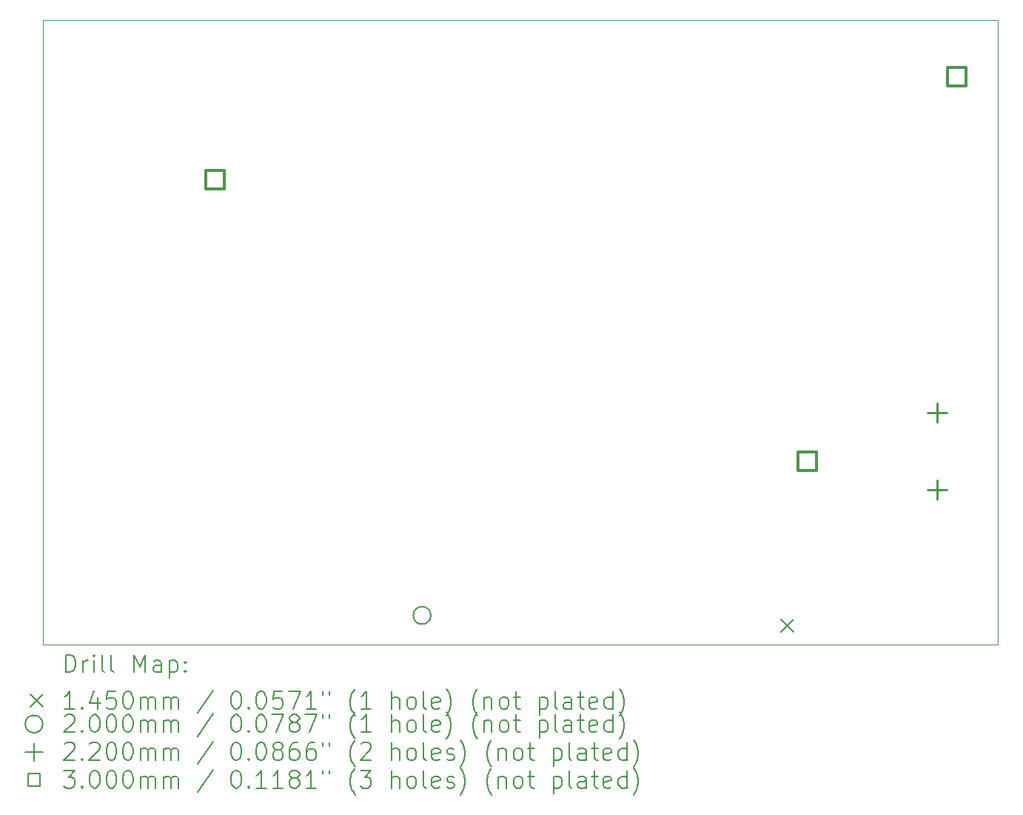
<source format=gbr>
%TF.GenerationSoftware,KiCad,Pcbnew,7.0.10*%
%TF.CreationDate,2024-03-08T11:36:06-05:00*%
%TF.ProjectId,swipe-stack-hub,73776970-652d-4737-9461-636b2d687562,rev?*%
%TF.SameCoordinates,Original*%
%TF.FileFunction,Drillmap*%
%TF.FilePolarity,Positive*%
%FSLAX45Y45*%
G04 Gerber Fmt 4.5, Leading zero omitted, Abs format (unit mm)*
G04 Created by KiCad (PCBNEW 7.0.10) date 2024-03-08 11:36:06*
%MOMM*%
%LPD*%
G01*
G04 APERTURE LIST*
%ADD10C,0.100000*%
%ADD11C,0.200000*%
%ADD12C,0.145000*%
%ADD13C,0.220000*%
%ADD14C,0.300000*%
G04 APERTURE END LIST*
D10*
X8915400Y-8610600D02*
X19837400Y-8610600D01*
X19837400Y-15748000D01*
X8915400Y-15748000D01*
X8915400Y-8610600D01*
D11*
D12*
X17351900Y-15459600D02*
X17496900Y-15604600D01*
X17496900Y-15459600D02*
X17351900Y-15604600D01*
D11*
X13348800Y-15416800D02*
G75*
G03*
X13148800Y-15416800I-100000J0D01*
G01*
X13148800Y-15416800D02*
G75*
G03*
X13348800Y-15416800I100000J0D01*
G01*
D13*
X19140400Y-12992200D02*
X19140400Y-13212200D01*
X19030400Y-13102200D02*
X19250400Y-13102200D01*
X19140400Y-13872200D02*
X19140400Y-14092200D01*
X19030400Y-13982200D02*
X19250400Y-13982200D01*
D14*
X10989967Y-10545467D02*
X10989967Y-10333333D01*
X10777833Y-10333333D01*
X10777833Y-10545467D01*
X10989967Y-10545467D01*
X17759067Y-13758567D02*
X17759067Y-13546433D01*
X17546933Y-13546433D01*
X17546933Y-13758567D01*
X17759067Y-13758567D01*
X19473567Y-9364367D02*
X19473567Y-9152233D01*
X19261433Y-9152233D01*
X19261433Y-9364367D01*
X19473567Y-9364367D01*
D11*
X9171177Y-16064484D02*
X9171177Y-15864484D01*
X9171177Y-15864484D02*
X9218796Y-15864484D01*
X9218796Y-15864484D02*
X9247367Y-15874008D01*
X9247367Y-15874008D02*
X9266415Y-15893055D01*
X9266415Y-15893055D02*
X9275939Y-15912103D01*
X9275939Y-15912103D02*
X9285463Y-15950198D01*
X9285463Y-15950198D02*
X9285463Y-15978769D01*
X9285463Y-15978769D02*
X9275939Y-16016865D01*
X9275939Y-16016865D02*
X9266415Y-16035912D01*
X9266415Y-16035912D02*
X9247367Y-16054960D01*
X9247367Y-16054960D02*
X9218796Y-16064484D01*
X9218796Y-16064484D02*
X9171177Y-16064484D01*
X9371177Y-16064484D02*
X9371177Y-15931150D01*
X9371177Y-15969246D02*
X9380701Y-15950198D01*
X9380701Y-15950198D02*
X9390224Y-15940674D01*
X9390224Y-15940674D02*
X9409272Y-15931150D01*
X9409272Y-15931150D02*
X9428320Y-15931150D01*
X9494986Y-16064484D02*
X9494986Y-15931150D01*
X9494986Y-15864484D02*
X9485463Y-15874008D01*
X9485463Y-15874008D02*
X9494986Y-15883531D01*
X9494986Y-15883531D02*
X9504510Y-15874008D01*
X9504510Y-15874008D02*
X9494986Y-15864484D01*
X9494986Y-15864484D02*
X9494986Y-15883531D01*
X9618796Y-16064484D02*
X9599748Y-16054960D01*
X9599748Y-16054960D02*
X9590224Y-16035912D01*
X9590224Y-16035912D02*
X9590224Y-15864484D01*
X9723558Y-16064484D02*
X9704510Y-16054960D01*
X9704510Y-16054960D02*
X9694986Y-16035912D01*
X9694986Y-16035912D02*
X9694986Y-15864484D01*
X9952129Y-16064484D02*
X9952129Y-15864484D01*
X9952129Y-15864484D02*
X10018796Y-16007341D01*
X10018796Y-16007341D02*
X10085463Y-15864484D01*
X10085463Y-15864484D02*
X10085463Y-16064484D01*
X10266415Y-16064484D02*
X10266415Y-15959722D01*
X10266415Y-15959722D02*
X10256891Y-15940674D01*
X10256891Y-15940674D02*
X10237844Y-15931150D01*
X10237844Y-15931150D02*
X10199748Y-15931150D01*
X10199748Y-15931150D02*
X10180701Y-15940674D01*
X10266415Y-16054960D02*
X10247367Y-16064484D01*
X10247367Y-16064484D02*
X10199748Y-16064484D01*
X10199748Y-16064484D02*
X10180701Y-16054960D01*
X10180701Y-16054960D02*
X10171177Y-16035912D01*
X10171177Y-16035912D02*
X10171177Y-16016865D01*
X10171177Y-16016865D02*
X10180701Y-15997817D01*
X10180701Y-15997817D02*
X10199748Y-15988293D01*
X10199748Y-15988293D02*
X10247367Y-15988293D01*
X10247367Y-15988293D02*
X10266415Y-15978769D01*
X10361653Y-15931150D02*
X10361653Y-16131150D01*
X10361653Y-15940674D02*
X10380701Y-15931150D01*
X10380701Y-15931150D02*
X10418796Y-15931150D01*
X10418796Y-15931150D02*
X10437844Y-15940674D01*
X10437844Y-15940674D02*
X10447367Y-15950198D01*
X10447367Y-15950198D02*
X10456891Y-15969246D01*
X10456891Y-15969246D02*
X10456891Y-16026388D01*
X10456891Y-16026388D02*
X10447367Y-16045436D01*
X10447367Y-16045436D02*
X10437844Y-16054960D01*
X10437844Y-16054960D02*
X10418796Y-16064484D01*
X10418796Y-16064484D02*
X10380701Y-16064484D01*
X10380701Y-16064484D02*
X10361653Y-16054960D01*
X10542605Y-16045436D02*
X10552129Y-16054960D01*
X10552129Y-16054960D02*
X10542605Y-16064484D01*
X10542605Y-16064484D02*
X10533082Y-16054960D01*
X10533082Y-16054960D02*
X10542605Y-16045436D01*
X10542605Y-16045436D02*
X10542605Y-16064484D01*
X10542605Y-15940674D02*
X10552129Y-15950198D01*
X10552129Y-15950198D02*
X10542605Y-15959722D01*
X10542605Y-15959722D02*
X10533082Y-15950198D01*
X10533082Y-15950198D02*
X10542605Y-15940674D01*
X10542605Y-15940674D02*
X10542605Y-15959722D01*
D12*
X8765400Y-16320500D02*
X8910400Y-16465500D01*
X8910400Y-16320500D02*
X8765400Y-16465500D01*
D11*
X9275939Y-16484484D02*
X9161653Y-16484484D01*
X9218796Y-16484484D02*
X9218796Y-16284484D01*
X9218796Y-16284484D02*
X9199748Y-16313055D01*
X9199748Y-16313055D02*
X9180701Y-16332103D01*
X9180701Y-16332103D02*
X9161653Y-16341627D01*
X9361653Y-16465436D02*
X9371177Y-16474960D01*
X9371177Y-16474960D02*
X9361653Y-16484484D01*
X9361653Y-16484484D02*
X9352129Y-16474960D01*
X9352129Y-16474960D02*
X9361653Y-16465436D01*
X9361653Y-16465436D02*
X9361653Y-16484484D01*
X9542605Y-16351150D02*
X9542605Y-16484484D01*
X9494986Y-16274960D02*
X9447367Y-16417817D01*
X9447367Y-16417817D02*
X9571177Y-16417817D01*
X9742605Y-16284484D02*
X9647367Y-16284484D01*
X9647367Y-16284484D02*
X9637844Y-16379722D01*
X9637844Y-16379722D02*
X9647367Y-16370198D01*
X9647367Y-16370198D02*
X9666415Y-16360674D01*
X9666415Y-16360674D02*
X9714034Y-16360674D01*
X9714034Y-16360674D02*
X9733082Y-16370198D01*
X9733082Y-16370198D02*
X9742605Y-16379722D01*
X9742605Y-16379722D02*
X9752129Y-16398769D01*
X9752129Y-16398769D02*
X9752129Y-16446388D01*
X9752129Y-16446388D02*
X9742605Y-16465436D01*
X9742605Y-16465436D02*
X9733082Y-16474960D01*
X9733082Y-16474960D02*
X9714034Y-16484484D01*
X9714034Y-16484484D02*
X9666415Y-16484484D01*
X9666415Y-16484484D02*
X9647367Y-16474960D01*
X9647367Y-16474960D02*
X9637844Y-16465436D01*
X9875939Y-16284484D02*
X9894986Y-16284484D01*
X9894986Y-16284484D02*
X9914034Y-16294008D01*
X9914034Y-16294008D02*
X9923558Y-16303531D01*
X9923558Y-16303531D02*
X9933082Y-16322579D01*
X9933082Y-16322579D02*
X9942605Y-16360674D01*
X9942605Y-16360674D02*
X9942605Y-16408293D01*
X9942605Y-16408293D02*
X9933082Y-16446388D01*
X9933082Y-16446388D02*
X9923558Y-16465436D01*
X9923558Y-16465436D02*
X9914034Y-16474960D01*
X9914034Y-16474960D02*
X9894986Y-16484484D01*
X9894986Y-16484484D02*
X9875939Y-16484484D01*
X9875939Y-16484484D02*
X9856891Y-16474960D01*
X9856891Y-16474960D02*
X9847367Y-16465436D01*
X9847367Y-16465436D02*
X9837844Y-16446388D01*
X9837844Y-16446388D02*
X9828320Y-16408293D01*
X9828320Y-16408293D02*
X9828320Y-16360674D01*
X9828320Y-16360674D02*
X9837844Y-16322579D01*
X9837844Y-16322579D02*
X9847367Y-16303531D01*
X9847367Y-16303531D02*
X9856891Y-16294008D01*
X9856891Y-16294008D02*
X9875939Y-16284484D01*
X10028320Y-16484484D02*
X10028320Y-16351150D01*
X10028320Y-16370198D02*
X10037844Y-16360674D01*
X10037844Y-16360674D02*
X10056891Y-16351150D01*
X10056891Y-16351150D02*
X10085463Y-16351150D01*
X10085463Y-16351150D02*
X10104510Y-16360674D01*
X10104510Y-16360674D02*
X10114034Y-16379722D01*
X10114034Y-16379722D02*
X10114034Y-16484484D01*
X10114034Y-16379722D02*
X10123558Y-16360674D01*
X10123558Y-16360674D02*
X10142605Y-16351150D01*
X10142605Y-16351150D02*
X10171177Y-16351150D01*
X10171177Y-16351150D02*
X10190225Y-16360674D01*
X10190225Y-16360674D02*
X10199748Y-16379722D01*
X10199748Y-16379722D02*
X10199748Y-16484484D01*
X10294986Y-16484484D02*
X10294986Y-16351150D01*
X10294986Y-16370198D02*
X10304510Y-16360674D01*
X10304510Y-16360674D02*
X10323558Y-16351150D01*
X10323558Y-16351150D02*
X10352129Y-16351150D01*
X10352129Y-16351150D02*
X10371177Y-16360674D01*
X10371177Y-16360674D02*
X10380701Y-16379722D01*
X10380701Y-16379722D02*
X10380701Y-16484484D01*
X10380701Y-16379722D02*
X10390225Y-16360674D01*
X10390225Y-16360674D02*
X10409272Y-16351150D01*
X10409272Y-16351150D02*
X10437844Y-16351150D01*
X10437844Y-16351150D02*
X10456891Y-16360674D01*
X10456891Y-16360674D02*
X10466415Y-16379722D01*
X10466415Y-16379722D02*
X10466415Y-16484484D01*
X10856891Y-16274960D02*
X10685463Y-16532103D01*
X11114034Y-16284484D02*
X11133082Y-16284484D01*
X11133082Y-16284484D02*
X11152129Y-16294008D01*
X11152129Y-16294008D02*
X11161653Y-16303531D01*
X11161653Y-16303531D02*
X11171177Y-16322579D01*
X11171177Y-16322579D02*
X11180701Y-16360674D01*
X11180701Y-16360674D02*
X11180701Y-16408293D01*
X11180701Y-16408293D02*
X11171177Y-16446388D01*
X11171177Y-16446388D02*
X11161653Y-16465436D01*
X11161653Y-16465436D02*
X11152129Y-16474960D01*
X11152129Y-16474960D02*
X11133082Y-16484484D01*
X11133082Y-16484484D02*
X11114034Y-16484484D01*
X11114034Y-16484484D02*
X11094987Y-16474960D01*
X11094987Y-16474960D02*
X11085463Y-16465436D01*
X11085463Y-16465436D02*
X11075939Y-16446388D01*
X11075939Y-16446388D02*
X11066415Y-16408293D01*
X11066415Y-16408293D02*
X11066415Y-16360674D01*
X11066415Y-16360674D02*
X11075939Y-16322579D01*
X11075939Y-16322579D02*
X11085463Y-16303531D01*
X11085463Y-16303531D02*
X11094987Y-16294008D01*
X11094987Y-16294008D02*
X11114034Y-16284484D01*
X11266415Y-16465436D02*
X11275939Y-16474960D01*
X11275939Y-16474960D02*
X11266415Y-16484484D01*
X11266415Y-16484484D02*
X11256891Y-16474960D01*
X11256891Y-16474960D02*
X11266415Y-16465436D01*
X11266415Y-16465436D02*
X11266415Y-16484484D01*
X11399748Y-16284484D02*
X11418796Y-16284484D01*
X11418796Y-16284484D02*
X11437844Y-16294008D01*
X11437844Y-16294008D02*
X11447367Y-16303531D01*
X11447367Y-16303531D02*
X11456891Y-16322579D01*
X11456891Y-16322579D02*
X11466415Y-16360674D01*
X11466415Y-16360674D02*
X11466415Y-16408293D01*
X11466415Y-16408293D02*
X11456891Y-16446388D01*
X11456891Y-16446388D02*
X11447367Y-16465436D01*
X11447367Y-16465436D02*
X11437844Y-16474960D01*
X11437844Y-16474960D02*
X11418796Y-16484484D01*
X11418796Y-16484484D02*
X11399748Y-16484484D01*
X11399748Y-16484484D02*
X11380701Y-16474960D01*
X11380701Y-16474960D02*
X11371177Y-16465436D01*
X11371177Y-16465436D02*
X11361653Y-16446388D01*
X11361653Y-16446388D02*
X11352129Y-16408293D01*
X11352129Y-16408293D02*
X11352129Y-16360674D01*
X11352129Y-16360674D02*
X11361653Y-16322579D01*
X11361653Y-16322579D02*
X11371177Y-16303531D01*
X11371177Y-16303531D02*
X11380701Y-16294008D01*
X11380701Y-16294008D02*
X11399748Y-16284484D01*
X11647367Y-16284484D02*
X11552129Y-16284484D01*
X11552129Y-16284484D02*
X11542606Y-16379722D01*
X11542606Y-16379722D02*
X11552129Y-16370198D01*
X11552129Y-16370198D02*
X11571177Y-16360674D01*
X11571177Y-16360674D02*
X11618796Y-16360674D01*
X11618796Y-16360674D02*
X11637844Y-16370198D01*
X11637844Y-16370198D02*
X11647367Y-16379722D01*
X11647367Y-16379722D02*
X11656891Y-16398769D01*
X11656891Y-16398769D02*
X11656891Y-16446388D01*
X11656891Y-16446388D02*
X11647367Y-16465436D01*
X11647367Y-16465436D02*
X11637844Y-16474960D01*
X11637844Y-16474960D02*
X11618796Y-16484484D01*
X11618796Y-16484484D02*
X11571177Y-16484484D01*
X11571177Y-16484484D02*
X11552129Y-16474960D01*
X11552129Y-16474960D02*
X11542606Y-16465436D01*
X11723558Y-16284484D02*
X11856891Y-16284484D01*
X11856891Y-16284484D02*
X11771177Y-16484484D01*
X12037844Y-16484484D02*
X11923558Y-16484484D01*
X11980701Y-16484484D02*
X11980701Y-16284484D01*
X11980701Y-16284484D02*
X11961653Y-16313055D01*
X11961653Y-16313055D02*
X11942606Y-16332103D01*
X11942606Y-16332103D02*
X11923558Y-16341627D01*
X12114034Y-16284484D02*
X12114034Y-16322579D01*
X12190225Y-16284484D02*
X12190225Y-16322579D01*
X12485463Y-16560674D02*
X12475939Y-16551150D01*
X12475939Y-16551150D02*
X12456891Y-16522579D01*
X12456891Y-16522579D02*
X12447368Y-16503531D01*
X12447368Y-16503531D02*
X12437844Y-16474960D01*
X12437844Y-16474960D02*
X12428320Y-16427341D01*
X12428320Y-16427341D02*
X12428320Y-16389246D01*
X12428320Y-16389246D02*
X12437844Y-16341627D01*
X12437844Y-16341627D02*
X12447368Y-16313055D01*
X12447368Y-16313055D02*
X12456891Y-16294008D01*
X12456891Y-16294008D02*
X12475939Y-16265436D01*
X12475939Y-16265436D02*
X12485463Y-16255912D01*
X12666415Y-16484484D02*
X12552129Y-16484484D01*
X12609272Y-16484484D02*
X12609272Y-16284484D01*
X12609272Y-16284484D02*
X12590225Y-16313055D01*
X12590225Y-16313055D02*
X12571177Y-16332103D01*
X12571177Y-16332103D02*
X12552129Y-16341627D01*
X12904510Y-16484484D02*
X12904510Y-16284484D01*
X12990225Y-16484484D02*
X12990225Y-16379722D01*
X12990225Y-16379722D02*
X12980701Y-16360674D01*
X12980701Y-16360674D02*
X12961653Y-16351150D01*
X12961653Y-16351150D02*
X12933082Y-16351150D01*
X12933082Y-16351150D02*
X12914034Y-16360674D01*
X12914034Y-16360674D02*
X12904510Y-16370198D01*
X13114034Y-16484484D02*
X13094987Y-16474960D01*
X13094987Y-16474960D02*
X13085463Y-16465436D01*
X13085463Y-16465436D02*
X13075939Y-16446388D01*
X13075939Y-16446388D02*
X13075939Y-16389246D01*
X13075939Y-16389246D02*
X13085463Y-16370198D01*
X13085463Y-16370198D02*
X13094987Y-16360674D01*
X13094987Y-16360674D02*
X13114034Y-16351150D01*
X13114034Y-16351150D02*
X13142606Y-16351150D01*
X13142606Y-16351150D02*
X13161653Y-16360674D01*
X13161653Y-16360674D02*
X13171177Y-16370198D01*
X13171177Y-16370198D02*
X13180701Y-16389246D01*
X13180701Y-16389246D02*
X13180701Y-16446388D01*
X13180701Y-16446388D02*
X13171177Y-16465436D01*
X13171177Y-16465436D02*
X13161653Y-16474960D01*
X13161653Y-16474960D02*
X13142606Y-16484484D01*
X13142606Y-16484484D02*
X13114034Y-16484484D01*
X13294987Y-16484484D02*
X13275939Y-16474960D01*
X13275939Y-16474960D02*
X13266415Y-16455912D01*
X13266415Y-16455912D02*
X13266415Y-16284484D01*
X13447368Y-16474960D02*
X13428320Y-16484484D01*
X13428320Y-16484484D02*
X13390225Y-16484484D01*
X13390225Y-16484484D02*
X13371177Y-16474960D01*
X13371177Y-16474960D02*
X13361653Y-16455912D01*
X13361653Y-16455912D02*
X13361653Y-16379722D01*
X13361653Y-16379722D02*
X13371177Y-16360674D01*
X13371177Y-16360674D02*
X13390225Y-16351150D01*
X13390225Y-16351150D02*
X13428320Y-16351150D01*
X13428320Y-16351150D02*
X13447368Y-16360674D01*
X13447368Y-16360674D02*
X13456891Y-16379722D01*
X13456891Y-16379722D02*
X13456891Y-16398769D01*
X13456891Y-16398769D02*
X13361653Y-16417817D01*
X13523558Y-16560674D02*
X13533082Y-16551150D01*
X13533082Y-16551150D02*
X13552130Y-16522579D01*
X13552130Y-16522579D02*
X13561653Y-16503531D01*
X13561653Y-16503531D02*
X13571177Y-16474960D01*
X13571177Y-16474960D02*
X13580701Y-16427341D01*
X13580701Y-16427341D02*
X13580701Y-16389246D01*
X13580701Y-16389246D02*
X13571177Y-16341627D01*
X13571177Y-16341627D02*
X13561653Y-16313055D01*
X13561653Y-16313055D02*
X13552130Y-16294008D01*
X13552130Y-16294008D02*
X13533082Y-16265436D01*
X13533082Y-16265436D02*
X13523558Y-16255912D01*
X13885463Y-16560674D02*
X13875939Y-16551150D01*
X13875939Y-16551150D02*
X13856891Y-16522579D01*
X13856891Y-16522579D02*
X13847368Y-16503531D01*
X13847368Y-16503531D02*
X13837844Y-16474960D01*
X13837844Y-16474960D02*
X13828320Y-16427341D01*
X13828320Y-16427341D02*
X13828320Y-16389246D01*
X13828320Y-16389246D02*
X13837844Y-16341627D01*
X13837844Y-16341627D02*
X13847368Y-16313055D01*
X13847368Y-16313055D02*
X13856891Y-16294008D01*
X13856891Y-16294008D02*
X13875939Y-16265436D01*
X13875939Y-16265436D02*
X13885463Y-16255912D01*
X13961653Y-16351150D02*
X13961653Y-16484484D01*
X13961653Y-16370198D02*
X13971177Y-16360674D01*
X13971177Y-16360674D02*
X13990225Y-16351150D01*
X13990225Y-16351150D02*
X14018796Y-16351150D01*
X14018796Y-16351150D02*
X14037844Y-16360674D01*
X14037844Y-16360674D02*
X14047368Y-16379722D01*
X14047368Y-16379722D02*
X14047368Y-16484484D01*
X14171177Y-16484484D02*
X14152130Y-16474960D01*
X14152130Y-16474960D02*
X14142606Y-16465436D01*
X14142606Y-16465436D02*
X14133082Y-16446388D01*
X14133082Y-16446388D02*
X14133082Y-16389246D01*
X14133082Y-16389246D02*
X14142606Y-16370198D01*
X14142606Y-16370198D02*
X14152130Y-16360674D01*
X14152130Y-16360674D02*
X14171177Y-16351150D01*
X14171177Y-16351150D02*
X14199749Y-16351150D01*
X14199749Y-16351150D02*
X14218796Y-16360674D01*
X14218796Y-16360674D02*
X14228320Y-16370198D01*
X14228320Y-16370198D02*
X14237844Y-16389246D01*
X14237844Y-16389246D02*
X14237844Y-16446388D01*
X14237844Y-16446388D02*
X14228320Y-16465436D01*
X14228320Y-16465436D02*
X14218796Y-16474960D01*
X14218796Y-16474960D02*
X14199749Y-16484484D01*
X14199749Y-16484484D02*
X14171177Y-16484484D01*
X14294987Y-16351150D02*
X14371177Y-16351150D01*
X14323558Y-16284484D02*
X14323558Y-16455912D01*
X14323558Y-16455912D02*
X14333082Y-16474960D01*
X14333082Y-16474960D02*
X14352130Y-16484484D01*
X14352130Y-16484484D02*
X14371177Y-16484484D01*
X14590225Y-16351150D02*
X14590225Y-16551150D01*
X14590225Y-16360674D02*
X14609272Y-16351150D01*
X14609272Y-16351150D02*
X14647368Y-16351150D01*
X14647368Y-16351150D02*
X14666415Y-16360674D01*
X14666415Y-16360674D02*
X14675939Y-16370198D01*
X14675939Y-16370198D02*
X14685463Y-16389246D01*
X14685463Y-16389246D02*
X14685463Y-16446388D01*
X14685463Y-16446388D02*
X14675939Y-16465436D01*
X14675939Y-16465436D02*
X14666415Y-16474960D01*
X14666415Y-16474960D02*
X14647368Y-16484484D01*
X14647368Y-16484484D02*
X14609272Y-16484484D01*
X14609272Y-16484484D02*
X14590225Y-16474960D01*
X14799749Y-16484484D02*
X14780701Y-16474960D01*
X14780701Y-16474960D02*
X14771177Y-16455912D01*
X14771177Y-16455912D02*
X14771177Y-16284484D01*
X14961653Y-16484484D02*
X14961653Y-16379722D01*
X14961653Y-16379722D02*
X14952130Y-16360674D01*
X14952130Y-16360674D02*
X14933082Y-16351150D01*
X14933082Y-16351150D02*
X14894987Y-16351150D01*
X14894987Y-16351150D02*
X14875939Y-16360674D01*
X14961653Y-16474960D02*
X14942606Y-16484484D01*
X14942606Y-16484484D02*
X14894987Y-16484484D01*
X14894987Y-16484484D02*
X14875939Y-16474960D01*
X14875939Y-16474960D02*
X14866415Y-16455912D01*
X14866415Y-16455912D02*
X14866415Y-16436865D01*
X14866415Y-16436865D02*
X14875939Y-16417817D01*
X14875939Y-16417817D02*
X14894987Y-16408293D01*
X14894987Y-16408293D02*
X14942606Y-16408293D01*
X14942606Y-16408293D02*
X14961653Y-16398769D01*
X15028320Y-16351150D02*
X15104511Y-16351150D01*
X15056892Y-16284484D02*
X15056892Y-16455912D01*
X15056892Y-16455912D02*
X15066415Y-16474960D01*
X15066415Y-16474960D02*
X15085463Y-16484484D01*
X15085463Y-16484484D02*
X15104511Y-16484484D01*
X15247368Y-16474960D02*
X15228320Y-16484484D01*
X15228320Y-16484484D02*
X15190225Y-16484484D01*
X15190225Y-16484484D02*
X15171177Y-16474960D01*
X15171177Y-16474960D02*
X15161653Y-16455912D01*
X15161653Y-16455912D02*
X15161653Y-16379722D01*
X15161653Y-16379722D02*
X15171177Y-16360674D01*
X15171177Y-16360674D02*
X15190225Y-16351150D01*
X15190225Y-16351150D02*
X15228320Y-16351150D01*
X15228320Y-16351150D02*
X15247368Y-16360674D01*
X15247368Y-16360674D02*
X15256892Y-16379722D01*
X15256892Y-16379722D02*
X15256892Y-16398769D01*
X15256892Y-16398769D02*
X15161653Y-16417817D01*
X15428320Y-16484484D02*
X15428320Y-16284484D01*
X15428320Y-16474960D02*
X15409273Y-16484484D01*
X15409273Y-16484484D02*
X15371177Y-16484484D01*
X15371177Y-16484484D02*
X15352130Y-16474960D01*
X15352130Y-16474960D02*
X15342606Y-16465436D01*
X15342606Y-16465436D02*
X15333082Y-16446388D01*
X15333082Y-16446388D02*
X15333082Y-16389246D01*
X15333082Y-16389246D02*
X15342606Y-16370198D01*
X15342606Y-16370198D02*
X15352130Y-16360674D01*
X15352130Y-16360674D02*
X15371177Y-16351150D01*
X15371177Y-16351150D02*
X15409273Y-16351150D01*
X15409273Y-16351150D02*
X15428320Y-16360674D01*
X15504511Y-16560674D02*
X15514034Y-16551150D01*
X15514034Y-16551150D02*
X15533082Y-16522579D01*
X15533082Y-16522579D02*
X15542606Y-16503531D01*
X15542606Y-16503531D02*
X15552130Y-16474960D01*
X15552130Y-16474960D02*
X15561653Y-16427341D01*
X15561653Y-16427341D02*
X15561653Y-16389246D01*
X15561653Y-16389246D02*
X15552130Y-16341627D01*
X15552130Y-16341627D02*
X15542606Y-16313055D01*
X15542606Y-16313055D02*
X15533082Y-16294008D01*
X15533082Y-16294008D02*
X15514034Y-16265436D01*
X15514034Y-16265436D02*
X15504511Y-16255912D01*
X8910400Y-16658000D02*
G75*
G03*
X8710400Y-16658000I-100000J0D01*
G01*
X8710400Y-16658000D02*
G75*
G03*
X8910400Y-16658000I100000J0D01*
G01*
X9161653Y-16568531D02*
X9171177Y-16559008D01*
X9171177Y-16559008D02*
X9190224Y-16549484D01*
X9190224Y-16549484D02*
X9237844Y-16549484D01*
X9237844Y-16549484D02*
X9256891Y-16559008D01*
X9256891Y-16559008D02*
X9266415Y-16568531D01*
X9266415Y-16568531D02*
X9275939Y-16587579D01*
X9275939Y-16587579D02*
X9275939Y-16606627D01*
X9275939Y-16606627D02*
X9266415Y-16635198D01*
X9266415Y-16635198D02*
X9152129Y-16749484D01*
X9152129Y-16749484D02*
X9275939Y-16749484D01*
X9361653Y-16730436D02*
X9371177Y-16739960D01*
X9371177Y-16739960D02*
X9361653Y-16749484D01*
X9361653Y-16749484D02*
X9352129Y-16739960D01*
X9352129Y-16739960D02*
X9361653Y-16730436D01*
X9361653Y-16730436D02*
X9361653Y-16749484D01*
X9494986Y-16549484D02*
X9514034Y-16549484D01*
X9514034Y-16549484D02*
X9533082Y-16559008D01*
X9533082Y-16559008D02*
X9542605Y-16568531D01*
X9542605Y-16568531D02*
X9552129Y-16587579D01*
X9552129Y-16587579D02*
X9561653Y-16625674D01*
X9561653Y-16625674D02*
X9561653Y-16673293D01*
X9561653Y-16673293D02*
X9552129Y-16711388D01*
X9552129Y-16711388D02*
X9542605Y-16730436D01*
X9542605Y-16730436D02*
X9533082Y-16739960D01*
X9533082Y-16739960D02*
X9514034Y-16749484D01*
X9514034Y-16749484D02*
X9494986Y-16749484D01*
X9494986Y-16749484D02*
X9475939Y-16739960D01*
X9475939Y-16739960D02*
X9466415Y-16730436D01*
X9466415Y-16730436D02*
X9456891Y-16711388D01*
X9456891Y-16711388D02*
X9447367Y-16673293D01*
X9447367Y-16673293D02*
X9447367Y-16625674D01*
X9447367Y-16625674D02*
X9456891Y-16587579D01*
X9456891Y-16587579D02*
X9466415Y-16568531D01*
X9466415Y-16568531D02*
X9475939Y-16559008D01*
X9475939Y-16559008D02*
X9494986Y-16549484D01*
X9685463Y-16549484D02*
X9704510Y-16549484D01*
X9704510Y-16549484D02*
X9723558Y-16559008D01*
X9723558Y-16559008D02*
X9733082Y-16568531D01*
X9733082Y-16568531D02*
X9742605Y-16587579D01*
X9742605Y-16587579D02*
X9752129Y-16625674D01*
X9752129Y-16625674D02*
X9752129Y-16673293D01*
X9752129Y-16673293D02*
X9742605Y-16711388D01*
X9742605Y-16711388D02*
X9733082Y-16730436D01*
X9733082Y-16730436D02*
X9723558Y-16739960D01*
X9723558Y-16739960D02*
X9704510Y-16749484D01*
X9704510Y-16749484D02*
X9685463Y-16749484D01*
X9685463Y-16749484D02*
X9666415Y-16739960D01*
X9666415Y-16739960D02*
X9656891Y-16730436D01*
X9656891Y-16730436D02*
X9647367Y-16711388D01*
X9647367Y-16711388D02*
X9637844Y-16673293D01*
X9637844Y-16673293D02*
X9637844Y-16625674D01*
X9637844Y-16625674D02*
X9647367Y-16587579D01*
X9647367Y-16587579D02*
X9656891Y-16568531D01*
X9656891Y-16568531D02*
X9666415Y-16559008D01*
X9666415Y-16559008D02*
X9685463Y-16549484D01*
X9875939Y-16549484D02*
X9894986Y-16549484D01*
X9894986Y-16549484D02*
X9914034Y-16559008D01*
X9914034Y-16559008D02*
X9923558Y-16568531D01*
X9923558Y-16568531D02*
X9933082Y-16587579D01*
X9933082Y-16587579D02*
X9942605Y-16625674D01*
X9942605Y-16625674D02*
X9942605Y-16673293D01*
X9942605Y-16673293D02*
X9933082Y-16711388D01*
X9933082Y-16711388D02*
X9923558Y-16730436D01*
X9923558Y-16730436D02*
X9914034Y-16739960D01*
X9914034Y-16739960D02*
X9894986Y-16749484D01*
X9894986Y-16749484D02*
X9875939Y-16749484D01*
X9875939Y-16749484D02*
X9856891Y-16739960D01*
X9856891Y-16739960D02*
X9847367Y-16730436D01*
X9847367Y-16730436D02*
X9837844Y-16711388D01*
X9837844Y-16711388D02*
X9828320Y-16673293D01*
X9828320Y-16673293D02*
X9828320Y-16625674D01*
X9828320Y-16625674D02*
X9837844Y-16587579D01*
X9837844Y-16587579D02*
X9847367Y-16568531D01*
X9847367Y-16568531D02*
X9856891Y-16559008D01*
X9856891Y-16559008D02*
X9875939Y-16549484D01*
X10028320Y-16749484D02*
X10028320Y-16616150D01*
X10028320Y-16635198D02*
X10037844Y-16625674D01*
X10037844Y-16625674D02*
X10056891Y-16616150D01*
X10056891Y-16616150D02*
X10085463Y-16616150D01*
X10085463Y-16616150D02*
X10104510Y-16625674D01*
X10104510Y-16625674D02*
X10114034Y-16644722D01*
X10114034Y-16644722D02*
X10114034Y-16749484D01*
X10114034Y-16644722D02*
X10123558Y-16625674D01*
X10123558Y-16625674D02*
X10142605Y-16616150D01*
X10142605Y-16616150D02*
X10171177Y-16616150D01*
X10171177Y-16616150D02*
X10190225Y-16625674D01*
X10190225Y-16625674D02*
X10199748Y-16644722D01*
X10199748Y-16644722D02*
X10199748Y-16749484D01*
X10294986Y-16749484D02*
X10294986Y-16616150D01*
X10294986Y-16635198D02*
X10304510Y-16625674D01*
X10304510Y-16625674D02*
X10323558Y-16616150D01*
X10323558Y-16616150D02*
X10352129Y-16616150D01*
X10352129Y-16616150D02*
X10371177Y-16625674D01*
X10371177Y-16625674D02*
X10380701Y-16644722D01*
X10380701Y-16644722D02*
X10380701Y-16749484D01*
X10380701Y-16644722D02*
X10390225Y-16625674D01*
X10390225Y-16625674D02*
X10409272Y-16616150D01*
X10409272Y-16616150D02*
X10437844Y-16616150D01*
X10437844Y-16616150D02*
X10456891Y-16625674D01*
X10456891Y-16625674D02*
X10466415Y-16644722D01*
X10466415Y-16644722D02*
X10466415Y-16749484D01*
X10856891Y-16539960D02*
X10685463Y-16797103D01*
X11114034Y-16549484D02*
X11133082Y-16549484D01*
X11133082Y-16549484D02*
X11152129Y-16559008D01*
X11152129Y-16559008D02*
X11161653Y-16568531D01*
X11161653Y-16568531D02*
X11171177Y-16587579D01*
X11171177Y-16587579D02*
X11180701Y-16625674D01*
X11180701Y-16625674D02*
X11180701Y-16673293D01*
X11180701Y-16673293D02*
X11171177Y-16711388D01*
X11171177Y-16711388D02*
X11161653Y-16730436D01*
X11161653Y-16730436D02*
X11152129Y-16739960D01*
X11152129Y-16739960D02*
X11133082Y-16749484D01*
X11133082Y-16749484D02*
X11114034Y-16749484D01*
X11114034Y-16749484D02*
X11094987Y-16739960D01*
X11094987Y-16739960D02*
X11085463Y-16730436D01*
X11085463Y-16730436D02*
X11075939Y-16711388D01*
X11075939Y-16711388D02*
X11066415Y-16673293D01*
X11066415Y-16673293D02*
X11066415Y-16625674D01*
X11066415Y-16625674D02*
X11075939Y-16587579D01*
X11075939Y-16587579D02*
X11085463Y-16568531D01*
X11085463Y-16568531D02*
X11094987Y-16559008D01*
X11094987Y-16559008D02*
X11114034Y-16549484D01*
X11266415Y-16730436D02*
X11275939Y-16739960D01*
X11275939Y-16739960D02*
X11266415Y-16749484D01*
X11266415Y-16749484D02*
X11256891Y-16739960D01*
X11256891Y-16739960D02*
X11266415Y-16730436D01*
X11266415Y-16730436D02*
X11266415Y-16749484D01*
X11399748Y-16549484D02*
X11418796Y-16549484D01*
X11418796Y-16549484D02*
X11437844Y-16559008D01*
X11437844Y-16559008D02*
X11447367Y-16568531D01*
X11447367Y-16568531D02*
X11456891Y-16587579D01*
X11456891Y-16587579D02*
X11466415Y-16625674D01*
X11466415Y-16625674D02*
X11466415Y-16673293D01*
X11466415Y-16673293D02*
X11456891Y-16711388D01*
X11456891Y-16711388D02*
X11447367Y-16730436D01*
X11447367Y-16730436D02*
X11437844Y-16739960D01*
X11437844Y-16739960D02*
X11418796Y-16749484D01*
X11418796Y-16749484D02*
X11399748Y-16749484D01*
X11399748Y-16749484D02*
X11380701Y-16739960D01*
X11380701Y-16739960D02*
X11371177Y-16730436D01*
X11371177Y-16730436D02*
X11361653Y-16711388D01*
X11361653Y-16711388D02*
X11352129Y-16673293D01*
X11352129Y-16673293D02*
X11352129Y-16625674D01*
X11352129Y-16625674D02*
X11361653Y-16587579D01*
X11361653Y-16587579D02*
X11371177Y-16568531D01*
X11371177Y-16568531D02*
X11380701Y-16559008D01*
X11380701Y-16559008D02*
X11399748Y-16549484D01*
X11533082Y-16549484D02*
X11666415Y-16549484D01*
X11666415Y-16549484D02*
X11580701Y-16749484D01*
X11771177Y-16635198D02*
X11752129Y-16625674D01*
X11752129Y-16625674D02*
X11742606Y-16616150D01*
X11742606Y-16616150D02*
X11733082Y-16597103D01*
X11733082Y-16597103D02*
X11733082Y-16587579D01*
X11733082Y-16587579D02*
X11742606Y-16568531D01*
X11742606Y-16568531D02*
X11752129Y-16559008D01*
X11752129Y-16559008D02*
X11771177Y-16549484D01*
X11771177Y-16549484D02*
X11809272Y-16549484D01*
X11809272Y-16549484D02*
X11828320Y-16559008D01*
X11828320Y-16559008D02*
X11837844Y-16568531D01*
X11837844Y-16568531D02*
X11847367Y-16587579D01*
X11847367Y-16587579D02*
X11847367Y-16597103D01*
X11847367Y-16597103D02*
X11837844Y-16616150D01*
X11837844Y-16616150D02*
X11828320Y-16625674D01*
X11828320Y-16625674D02*
X11809272Y-16635198D01*
X11809272Y-16635198D02*
X11771177Y-16635198D01*
X11771177Y-16635198D02*
X11752129Y-16644722D01*
X11752129Y-16644722D02*
X11742606Y-16654246D01*
X11742606Y-16654246D02*
X11733082Y-16673293D01*
X11733082Y-16673293D02*
X11733082Y-16711388D01*
X11733082Y-16711388D02*
X11742606Y-16730436D01*
X11742606Y-16730436D02*
X11752129Y-16739960D01*
X11752129Y-16739960D02*
X11771177Y-16749484D01*
X11771177Y-16749484D02*
X11809272Y-16749484D01*
X11809272Y-16749484D02*
X11828320Y-16739960D01*
X11828320Y-16739960D02*
X11837844Y-16730436D01*
X11837844Y-16730436D02*
X11847367Y-16711388D01*
X11847367Y-16711388D02*
X11847367Y-16673293D01*
X11847367Y-16673293D02*
X11837844Y-16654246D01*
X11837844Y-16654246D02*
X11828320Y-16644722D01*
X11828320Y-16644722D02*
X11809272Y-16635198D01*
X11914034Y-16549484D02*
X12047367Y-16549484D01*
X12047367Y-16549484D02*
X11961653Y-16749484D01*
X12114034Y-16549484D02*
X12114034Y-16587579D01*
X12190225Y-16549484D02*
X12190225Y-16587579D01*
X12485463Y-16825674D02*
X12475939Y-16816150D01*
X12475939Y-16816150D02*
X12456891Y-16787579D01*
X12456891Y-16787579D02*
X12447368Y-16768531D01*
X12447368Y-16768531D02*
X12437844Y-16739960D01*
X12437844Y-16739960D02*
X12428320Y-16692341D01*
X12428320Y-16692341D02*
X12428320Y-16654246D01*
X12428320Y-16654246D02*
X12437844Y-16606627D01*
X12437844Y-16606627D02*
X12447368Y-16578055D01*
X12447368Y-16578055D02*
X12456891Y-16559008D01*
X12456891Y-16559008D02*
X12475939Y-16530436D01*
X12475939Y-16530436D02*
X12485463Y-16520912D01*
X12666415Y-16749484D02*
X12552129Y-16749484D01*
X12609272Y-16749484D02*
X12609272Y-16549484D01*
X12609272Y-16549484D02*
X12590225Y-16578055D01*
X12590225Y-16578055D02*
X12571177Y-16597103D01*
X12571177Y-16597103D02*
X12552129Y-16606627D01*
X12904510Y-16749484D02*
X12904510Y-16549484D01*
X12990225Y-16749484D02*
X12990225Y-16644722D01*
X12990225Y-16644722D02*
X12980701Y-16625674D01*
X12980701Y-16625674D02*
X12961653Y-16616150D01*
X12961653Y-16616150D02*
X12933082Y-16616150D01*
X12933082Y-16616150D02*
X12914034Y-16625674D01*
X12914034Y-16625674D02*
X12904510Y-16635198D01*
X13114034Y-16749484D02*
X13094987Y-16739960D01*
X13094987Y-16739960D02*
X13085463Y-16730436D01*
X13085463Y-16730436D02*
X13075939Y-16711388D01*
X13075939Y-16711388D02*
X13075939Y-16654246D01*
X13075939Y-16654246D02*
X13085463Y-16635198D01*
X13085463Y-16635198D02*
X13094987Y-16625674D01*
X13094987Y-16625674D02*
X13114034Y-16616150D01*
X13114034Y-16616150D02*
X13142606Y-16616150D01*
X13142606Y-16616150D02*
X13161653Y-16625674D01*
X13161653Y-16625674D02*
X13171177Y-16635198D01*
X13171177Y-16635198D02*
X13180701Y-16654246D01*
X13180701Y-16654246D02*
X13180701Y-16711388D01*
X13180701Y-16711388D02*
X13171177Y-16730436D01*
X13171177Y-16730436D02*
X13161653Y-16739960D01*
X13161653Y-16739960D02*
X13142606Y-16749484D01*
X13142606Y-16749484D02*
X13114034Y-16749484D01*
X13294987Y-16749484D02*
X13275939Y-16739960D01*
X13275939Y-16739960D02*
X13266415Y-16720912D01*
X13266415Y-16720912D02*
X13266415Y-16549484D01*
X13447368Y-16739960D02*
X13428320Y-16749484D01*
X13428320Y-16749484D02*
X13390225Y-16749484D01*
X13390225Y-16749484D02*
X13371177Y-16739960D01*
X13371177Y-16739960D02*
X13361653Y-16720912D01*
X13361653Y-16720912D02*
X13361653Y-16644722D01*
X13361653Y-16644722D02*
X13371177Y-16625674D01*
X13371177Y-16625674D02*
X13390225Y-16616150D01*
X13390225Y-16616150D02*
X13428320Y-16616150D01*
X13428320Y-16616150D02*
X13447368Y-16625674D01*
X13447368Y-16625674D02*
X13456891Y-16644722D01*
X13456891Y-16644722D02*
X13456891Y-16663769D01*
X13456891Y-16663769D02*
X13361653Y-16682817D01*
X13523558Y-16825674D02*
X13533082Y-16816150D01*
X13533082Y-16816150D02*
X13552130Y-16787579D01*
X13552130Y-16787579D02*
X13561653Y-16768531D01*
X13561653Y-16768531D02*
X13571177Y-16739960D01*
X13571177Y-16739960D02*
X13580701Y-16692341D01*
X13580701Y-16692341D02*
X13580701Y-16654246D01*
X13580701Y-16654246D02*
X13571177Y-16606627D01*
X13571177Y-16606627D02*
X13561653Y-16578055D01*
X13561653Y-16578055D02*
X13552130Y-16559008D01*
X13552130Y-16559008D02*
X13533082Y-16530436D01*
X13533082Y-16530436D02*
X13523558Y-16520912D01*
X13885463Y-16825674D02*
X13875939Y-16816150D01*
X13875939Y-16816150D02*
X13856891Y-16787579D01*
X13856891Y-16787579D02*
X13847368Y-16768531D01*
X13847368Y-16768531D02*
X13837844Y-16739960D01*
X13837844Y-16739960D02*
X13828320Y-16692341D01*
X13828320Y-16692341D02*
X13828320Y-16654246D01*
X13828320Y-16654246D02*
X13837844Y-16606627D01*
X13837844Y-16606627D02*
X13847368Y-16578055D01*
X13847368Y-16578055D02*
X13856891Y-16559008D01*
X13856891Y-16559008D02*
X13875939Y-16530436D01*
X13875939Y-16530436D02*
X13885463Y-16520912D01*
X13961653Y-16616150D02*
X13961653Y-16749484D01*
X13961653Y-16635198D02*
X13971177Y-16625674D01*
X13971177Y-16625674D02*
X13990225Y-16616150D01*
X13990225Y-16616150D02*
X14018796Y-16616150D01*
X14018796Y-16616150D02*
X14037844Y-16625674D01*
X14037844Y-16625674D02*
X14047368Y-16644722D01*
X14047368Y-16644722D02*
X14047368Y-16749484D01*
X14171177Y-16749484D02*
X14152130Y-16739960D01*
X14152130Y-16739960D02*
X14142606Y-16730436D01*
X14142606Y-16730436D02*
X14133082Y-16711388D01*
X14133082Y-16711388D02*
X14133082Y-16654246D01*
X14133082Y-16654246D02*
X14142606Y-16635198D01*
X14142606Y-16635198D02*
X14152130Y-16625674D01*
X14152130Y-16625674D02*
X14171177Y-16616150D01*
X14171177Y-16616150D02*
X14199749Y-16616150D01*
X14199749Y-16616150D02*
X14218796Y-16625674D01*
X14218796Y-16625674D02*
X14228320Y-16635198D01*
X14228320Y-16635198D02*
X14237844Y-16654246D01*
X14237844Y-16654246D02*
X14237844Y-16711388D01*
X14237844Y-16711388D02*
X14228320Y-16730436D01*
X14228320Y-16730436D02*
X14218796Y-16739960D01*
X14218796Y-16739960D02*
X14199749Y-16749484D01*
X14199749Y-16749484D02*
X14171177Y-16749484D01*
X14294987Y-16616150D02*
X14371177Y-16616150D01*
X14323558Y-16549484D02*
X14323558Y-16720912D01*
X14323558Y-16720912D02*
X14333082Y-16739960D01*
X14333082Y-16739960D02*
X14352130Y-16749484D01*
X14352130Y-16749484D02*
X14371177Y-16749484D01*
X14590225Y-16616150D02*
X14590225Y-16816150D01*
X14590225Y-16625674D02*
X14609272Y-16616150D01*
X14609272Y-16616150D02*
X14647368Y-16616150D01*
X14647368Y-16616150D02*
X14666415Y-16625674D01*
X14666415Y-16625674D02*
X14675939Y-16635198D01*
X14675939Y-16635198D02*
X14685463Y-16654246D01*
X14685463Y-16654246D02*
X14685463Y-16711388D01*
X14685463Y-16711388D02*
X14675939Y-16730436D01*
X14675939Y-16730436D02*
X14666415Y-16739960D01*
X14666415Y-16739960D02*
X14647368Y-16749484D01*
X14647368Y-16749484D02*
X14609272Y-16749484D01*
X14609272Y-16749484D02*
X14590225Y-16739960D01*
X14799749Y-16749484D02*
X14780701Y-16739960D01*
X14780701Y-16739960D02*
X14771177Y-16720912D01*
X14771177Y-16720912D02*
X14771177Y-16549484D01*
X14961653Y-16749484D02*
X14961653Y-16644722D01*
X14961653Y-16644722D02*
X14952130Y-16625674D01*
X14952130Y-16625674D02*
X14933082Y-16616150D01*
X14933082Y-16616150D02*
X14894987Y-16616150D01*
X14894987Y-16616150D02*
X14875939Y-16625674D01*
X14961653Y-16739960D02*
X14942606Y-16749484D01*
X14942606Y-16749484D02*
X14894987Y-16749484D01*
X14894987Y-16749484D02*
X14875939Y-16739960D01*
X14875939Y-16739960D02*
X14866415Y-16720912D01*
X14866415Y-16720912D02*
X14866415Y-16701865D01*
X14866415Y-16701865D02*
X14875939Y-16682817D01*
X14875939Y-16682817D02*
X14894987Y-16673293D01*
X14894987Y-16673293D02*
X14942606Y-16673293D01*
X14942606Y-16673293D02*
X14961653Y-16663769D01*
X15028320Y-16616150D02*
X15104511Y-16616150D01*
X15056892Y-16549484D02*
X15056892Y-16720912D01*
X15056892Y-16720912D02*
X15066415Y-16739960D01*
X15066415Y-16739960D02*
X15085463Y-16749484D01*
X15085463Y-16749484D02*
X15104511Y-16749484D01*
X15247368Y-16739960D02*
X15228320Y-16749484D01*
X15228320Y-16749484D02*
X15190225Y-16749484D01*
X15190225Y-16749484D02*
X15171177Y-16739960D01*
X15171177Y-16739960D02*
X15161653Y-16720912D01*
X15161653Y-16720912D02*
X15161653Y-16644722D01*
X15161653Y-16644722D02*
X15171177Y-16625674D01*
X15171177Y-16625674D02*
X15190225Y-16616150D01*
X15190225Y-16616150D02*
X15228320Y-16616150D01*
X15228320Y-16616150D02*
X15247368Y-16625674D01*
X15247368Y-16625674D02*
X15256892Y-16644722D01*
X15256892Y-16644722D02*
X15256892Y-16663769D01*
X15256892Y-16663769D02*
X15161653Y-16682817D01*
X15428320Y-16749484D02*
X15428320Y-16549484D01*
X15428320Y-16739960D02*
X15409273Y-16749484D01*
X15409273Y-16749484D02*
X15371177Y-16749484D01*
X15371177Y-16749484D02*
X15352130Y-16739960D01*
X15352130Y-16739960D02*
X15342606Y-16730436D01*
X15342606Y-16730436D02*
X15333082Y-16711388D01*
X15333082Y-16711388D02*
X15333082Y-16654246D01*
X15333082Y-16654246D02*
X15342606Y-16635198D01*
X15342606Y-16635198D02*
X15352130Y-16625674D01*
X15352130Y-16625674D02*
X15371177Y-16616150D01*
X15371177Y-16616150D02*
X15409273Y-16616150D01*
X15409273Y-16616150D02*
X15428320Y-16625674D01*
X15504511Y-16825674D02*
X15514034Y-16816150D01*
X15514034Y-16816150D02*
X15533082Y-16787579D01*
X15533082Y-16787579D02*
X15542606Y-16768531D01*
X15542606Y-16768531D02*
X15552130Y-16739960D01*
X15552130Y-16739960D02*
X15561653Y-16692341D01*
X15561653Y-16692341D02*
X15561653Y-16654246D01*
X15561653Y-16654246D02*
X15552130Y-16606627D01*
X15552130Y-16606627D02*
X15542606Y-16578055D01*
X15542606Y-16578055D02*
X15533082Y-16559008D01*
X15533082Y-16559008D02*
X15514034Y-16530436D01*
X15514034Y-16530436D02*
X15504511Y-16520912D01*
X8810400Y-16878000D02*
X8810400Y-17078000D01*
X8710400Y-16978000D02*
X8910400Y-16978000D01*
X9161653Y-16888531D02*
X9171177Y-16879008D01*
X9171177Y-16879008D02*
X9190224Y-16869484D01*
X9190224Y-16869484D02*
X9237844Y-16869484D01*
X9237844Y-16869484D02*
X9256891Y-16879008D01*
X9256891Y-16879008D02*
X9266415Y-16888531D01*
X9266415Y-16888531D02*
X9275939Y-16907579D01*
X9275939Y-16907579D02*
X9275939Y-16926627D01*
X9275939Y-16926627D02*
X9266415Y-16955198D01*
X9266415Y-16955198D02*
X9152129Y-17069484D01*
X9152129Y-17069484D02*
X9275939Y-17069484D01*
X9361653Y-17050436D02*
X9371177Y-17059960D01*
X9371177Y-17059960D02*
X9361653Y-17069484D01*
X9361653Y-17069484D02*
X9352129Y-17059960D01*
X9352129Y-17059960D02*
X9361653Y-17050436D01*
X9361653Y-17050436D02*
X9361653Y-17069484D01*
X9447367Y-16888531D02*
X9456891Y-16879008D01*
X9456891Y-16879008D02*
X9475939Y-16869484D01*
X9475939Y-16869484D02*
X9523558Y-16869484D01*
X9523558Y-16869484D02*
X9542605Y-16879008D01*
X9542605Y-16879008D02*
X9552129Y-16888531D01*
X9552129Y-16888531D02*
X9561653Y-16907579D01*
X9561653Y-16907579D02*
X9561653Y-16926627D01*
X9561653Y-16926627D02*
X9552129Y-16955198D01*
X9552129Y-16955198D02*
X9437844Y-17069484D01*
X9437844Y-17069484D02*
X9561653Y-17069484D01*
X9685463Y-16869484D02*
X9704510Y-16869484D01*
X9704510Y-16869484D02*
X9723558Y-16879008D01*
X9723558Y-16879008D02*
X9733082Y-16888531D01*
X9733082Y-16888531D02*
X9742605Y-16907579D01*
X9742605Y-16907579D02*
X9752129Y-16945674D01*
X9752129Y-16945674D02*
X9752129Y-16993293D01*
X9752129Y-16993293D02*
X9742605Y-17031389D01*
X9742605Y-17031389D02*
X9733082Y-17050436D01*
X9733082Y-17050436D02*
X9723558Y-17059960D01*
X9723558Y-17059960D02*
X9704510Y-17069484D01*
X9704510Y-17069484D02*
X9685463Y-17069484D01*
X9685463Y-17069484D02*
X9666415Y-17059960D01*
X9666415Y-17059960D02*
X9656891Y-17050436D01*
X9656891Y-17050436D02*
X9647367Y-17031389D01*
X9647367Y-17031389D02*
X9637844Y-16993293D01*
X9637844Y-16993293D02*
X9637844Y-16945674D01*
X9637844Y-16945674D02*
X9647367Y-16907579D01*
X9647367Y-16907579D02*
X9656891Y-16888531D01*
X9656891Y-16888531D02*
X9666415Y-16879008D01*
X9666415Y-16879008D02*
X9685463Y-16869484D01*
X9875939Y-16869484D02*
X9894986Y-16869484D01*
X9894986Y-16869484D02*
X9914034Y-16879008D01*
X9914034Y-16879008D02*
X9923558Y-16888531D01*
X9923558Y-16888531D02*
X9933082Y-16907579D01*
X9933082Y-16907579D02*
X9942605Y-16945674D01*
X9942605Y-16945674D02*
X9942605Y-16993293D01*
X9942605Y-16993293D02*
X9933082Y-17031389D01*
X9933082Y-17031389D02*
X9923558Y-17050436D01*
X9923558Y-17050436D02*
X9914034Y-17059960D01*
X9914034Y-17059960D02*
X9894986Y-17069484D01*
X9894986Y-17069484D02*
X9875939Y-17069484D01*
X9875939Y-17069484D02*
X9856891Y-17059960D01*
X9856891Y-17059960D02*
X9847367Y-17050436D01*
X9847367Y-17050436D02*
X9837844Y-17031389D01*
X9837844Y-17031389D02*
X9828320Y-16993293D01*
X9828320Y-16993293D02*
X9828320Y-16945674D01*
X9828320Y-16945674D02*
X9837844Y-16907579D01*
X9837844Y-16907579D02*
X9847367Y-16888531D01*
X9847367Y-16888531D02*
X9856891Y-16879008D01*
X9856891Y-16879008D02*
X9875939Y-16869484D01*
X10028320Y-17069484D02*
X10028320Y-16936150D01*
X10028320Y-16955198D02*
X10037844Y-16945674D01*
X10037844Y-16945674D02*
X10056891Y-16936150D01*
X10056891Y-16936150D02*
X10085463Y-16936150D01*
X10085463Y-16936150D02*
X10104510Y-16945674D01*
X10104510Y-16945674D02*
X10114034Y-16964722D01*
X10114034Y-16964722D02*
X10114034Y-17069484D01*
X10114034Y-16964722D02*
X10123558Y-16945674D01*
X10123558Y-16945674D02*
X10142605Y-16936150D01*
X10142605Y-16936150D02*
X10171177Y-16936150D01*
X10171177Y-16936150D02*
X10190225Y-16945674D01*
X10190225Y-16945674D02*
X10199748Y-16964722D01*
X10199748Y-16964722D02*
X10199748Y-17069484D01*
X10294986Y-17069484D02*
X10294986Y-16936150D01*
X10294986Y-16955198D02*
X10304510Y-16945674D01*
X10304510Y-16945674D02*
X10323558Y-16936150D01*
X10323558Y-16936150D02*
X10352129Y-16936150D01*
X10352129Y-16936150D02*
X10371177Y-16945674D01*
X10371177Y-16945674D02*
X10380701Y-16964722D01*
X10380701Y-16964722D02*
X10380701Y-17069484D01*
X10380701Y-16964722D02*
X10390225Y-16945674D01*
X10390225Y-16945674D02*
X10409272Y-16936150D01*
X10409272Y-16936150D02*
X10437844Y-16936150D01*
X10437844Y-16936150D02*
X10456891Y-16945674D01*
X10456891Y-16945674D02*
X10466415Y-16964722D01*
X10466415Y-16964722D02*
X10466415Y-17069484D01*
X10856891Y-16859960D02*
X10685463Y-17117103D01*
X11114034Y-16869484D02*
X11133082Y-16869484D01*
X11133082Y-16869484D02*
X11152129Y-16879008D01*
X11152129Y-16879008D02*
X11161653Y-16888531D01*
X11161653Y-16888531D02*
X11171177Y-16907579D01*
X11171177Y-16907579D02*
X11180701Y-16945674D01*
X11180701Y-16945674D02*
X11180701Y-16993293D01*
X11180701Y-16993293D02*
X11171177Y-17031389D01*
X11171177Y-17031389D02*
X11161653Y-17050436D01*
X11161653Y-17050436D02*
X11152129Y-17059960D01*
X11152129Y-17059960D02*
X11133082Y-17069484D01*
X11133082Y-17069484D02*
X11114034Y-17069484D01*
X11114034Y-17069484D02*
X11094987Y-17059960D01*
X11094987Y-17059960D02*
X11085463Y-17050436D01*
X11085463Y-17050436D02*
X11075939Y-17031389D01*
X11075939Y-17031389D02*
X11066415Y-16993293D01*
X11066415Y-16993293D02*
X11066415Y-16945674D01*
X11066415Y-16945674D02*
X11075939Y-16907579D01*
X11075939Y-16907579D02*
X11085463Y-16888531D01*
X11085463Y-16888531D02*
X11094987Y-16879008D01*
X11094987Y-16879008D02*
X11114034Y-16869484D01*
X11266415Y-17050436D02*
X11275939Y-17059960D01*
X11275939Y-17059960D02*
X11266415Y-17069484D01*
X11266415Y-17069484D02*
X11256891Y-17059960D01*
X11256891Y-17059960D02*
X11266415Y-17050436D01*
X11266415Y-17050436D02*
X11266415Y-17069484D01*
X11399748Y-16869484D02*
X11418796Y-16869484D01*
X11418796Y-16869484D02*
X11437844Y-16879008D01*
X11437844Y-16879008D02*
X11447367Y-16888531D01*
X11447367Y-16888531D02*
X11456891Y-16907579D01*
X11456891Y-16907579D02*
X11466415Y-16945674D01*
X11466415Y-16945674D02*
X11466415Y-16993293D01*
X11466415Y-16993293D02*
X11456891Y-17031389D01*
X11456891Y-17031389D02*
X11447367Y-17050436D01*
X11447367Y-17050436D02*
X11437844Y-17059960D01*
X11437844Y-17059960D02*
X11418796Y-17069484D01*
X11418796Y-17069484D02*
X11399748Y-17069484D01*
X11399748Y-17069484D02*
X11380701Y-17059960D01*
X11380701Y-17059960D02*
X11371177Y-17050436D01*
X11371177Y-17050436D02*
X11361653Y-17031389D01*
X11361653Y-17031389D02*
X11352129Y-16993293D01*
X11352129Y-16993293D02*
X11352129Y-16945674D01*
X11352129Y-16945674D02*
X11361653Y-16907579D01*
X11361653Y-16907579D02*
X11371177Y-16888531D01*
X11371177Y-16888531D02*
X11380701Y-16879008D01*
X11380701Y-16879008D02*
X11399748Y-16869484D01*
X11580701Y-16955198D02*
X11561653Y-16945674D01*
X11561653Y-16945674D02*
X11552129Y-16936150D01*
X11552129Y-16936150D02*
X11542606Y-16917103D01*
X11542606Y-16917103D02*
X11542606Y-16907579D01*
X11542606Y-16907579D02*
X11552129Y-16888531D01*
X11552129Y-16888531D02*
X11561653Y-16879008D01*
X11561653Y-16879008D02*
X11580701Y-16869484D01*
X11580701Y-16869484D02*
X11618796Y-16869484D01*
X11618796Y-16869484D02*
X11637844Y-16879008D01*
X11637844Y-16879008D02*
X11647367Y-16888531D01*
X11647367Y-16888531D02*
X11656891Y-16907579D01*
X11656891Y-16907579D02*
X11656891Y-16917103D01*
X11656891Y-16917103D02*
X11647367Y-16936150D01*
X11647367Y-16936150D02*
X11637844Y-16945674D01*
X11637844Y-16945674D02*
X11618796Y-16955198D01*
X11618796Y-16955198D02*
X11580701Y-16955198D01*
X11580701Y-16955198D02*
X11561653Y-16964722D01*
X11561653Y-16964722D02*
X11552129Y-16974246D01*
X11552129Y-16974246D02*
X11542606Y-16993293D01*
X11542606Y-16993293D02*
X11542606Y-17031389D01*
X11542606Y-17031389D02*
X11552129Y-17050436D01*
X11552129Y-17050436D02*
X11561653Y-17059960D01*
X11561653Y-17059960D02*
X11580701Y-17069484D01*
X11580701Y-17069484D02*
X11618796Y-17069484D01*
X11618796Y-17069484D02*
X11637844Y-17059960D01*
X11637844Y-17059960D02*
X11647367Y-17050436D01*
X11647367Y-17050436D02*
X11656891Y-17031389D01*
X11656891Y-17031389D02*
X11656891Y-16993293D01*
X11656891Y-16993293D02*
X11647367Y-16974246D01*
X11647367Y-16974246D02*
X11637844Y-16964722D01*
X11637844Y-16964722D02*
X11618796Y-16955198D01*
X11828320Y-16869484D02*
X11790225Y-16869484D01*
X11790225Y-16869484D02*
X11771177Y-16879008D01*
X11771177Y-16879008D02*
X11761653Y-16888531D01*
X11761653Y-16888531D02*
X11742606Y-16917103D01*
X11742606Y-16917103D02*
X11733082Y-16955198D01*
X11733082Y-16955198D02*
X11733082Y-17031389D01*
X11733082Y-17031389D02*
X11742606Y-17050436D01*
X11742606Y-17050436D02*
X11752129Y-17059960D01*
X11752129Y-17059960D02*
X11771177Y-17069484D01*
X11771177Y-17069484D02*
X11809272Y-17069484D01*
X11809272Y-17069484D02*
X11828320Y-17059960D01*
X11828320Y-17059960D02*
X11837844Y-17050436D01*
X11837844Y-17050436D02*
X11847367Y-17031389D01*
X11847367Y-17031389D02*
X11847367Y-16983770D01*
X11847367Y-16983770D02*
X11837844Y-16964722D01*
X11837844Y-16964722D02*
X11828320Y-16955198D01*
X11828320Y-16955198D02*
X11809272Y-16945674D01*
X11809272Y-16945674D02*
X11771177Y-16945674D01*
X11771177Y-16945674D02*
X11752129Y-16955198D01*
X11752129Y-16955198D02*
X11742606Y-16964722D01*
X11742606Y-16964722D02*
X11733082Y-16983770D01*
X12018796Y-16869484D02*
X11980701Y-16869484D01*
X11980701Y-16869484D02*
X11961653Y-16879008D01*
X11961653Y-16879008D02*
X11952129Y-16888531D01*
X11952129Y-16888531D02*
X11933082Y-16917103D01*
X11933082Y-16917103D02*
X11923558Y-16955198D01*
X11923558Y-16955198D02*
X11923558Y-17031389D01*
X11923558Y-17031389D02*
X11933082Y-17050436D01*
X11933082Y-17050436D02*
X11942606Y-17059960D01*
X11942606Y-17059960D02*
X11961653Y-17069484D01*
X11961653Y-17069484D02*
X11999748Y-17069484D01*
X11999748Y-17069484D02*
X12018796Y-17059960D01*
X12018796Y-17059960D02*
X12028320Y-17050436D01*
X12028320Y-17050436D02*
X12037844Y-17031389D01*
X12037844Y-17031389D02*
X12037844Y-16983770D01*
X12037844Y-16983770D02*
X12028320Y-16964722D01*
X12028320Y-16964722D02*
X12018796Y-16955198D01*
X12018796Y-16955198D02*
X11999748Y-16945674D01*
X11999748Y-16945674D02*
X11961653Y-16945674D01*
X11961653Y-16945674D02*
X11942606Y-16955198D01*
X11942606Y-16955198D02*
X11933082Y-16964722D01*
X11933082Y-16964722D02*
X11923558Y-16983770D01*
X12114034Y-16869484D02*
X12114034Y-16907579D01*
X12190225Y-16869484D02*
X12190225Y-16907579D01*
X12485463Y-17145674D02*
X12475939Y-17136150D01*
X12475939Y-17136150D02*
X12456891Y-17107579D01*
X12456891Y-17107579D02*
X12447368Y-17088531D01*
X12447368Y-17088531D02*
X12437844Y-17059960D01*
X12437844Y-17059960D02*
X12428320Y-17012341D01*
X12428320Y-17012341D02*
X12428320Y-16974246D01*
X12428320Y-16974246D02*
X12437844Y-16926627D01*
X12437844Y-16926627D02*
X12447368Y-16898055D01*
X12447368Y-16898055D02*
X12456891Y-16879008D01*
X12456891Y-16879008D02*
X12475939Y-16850436D01*
X12475939Y-16850436D02*
X12485463Y-16840912D01*
X12552129Y-16888531D02*
X12561653Y-16879008D01*
X12561653Y-16879008D02*
X12580701Y-16869484D01*
X12580701Y-16869484D02*
X12628320Y-16869484D01*
X12628320Y-16869484D02*
X12647368Y-16879008D01*
X12647368Y-16879008D02*
X12656891Y-16888531D01*
X12656891Y-16888531D02*
X12666415Y-16907579D01*
X12666415Y-16907579D02*
X12666415Y-16926627D01*
X12666415Y-16926627D02*
X12656891Y-16955198D01*
X12656891Y-16955198D02*
X12542606Y-17069484D01*
X12542606Y-17069484D02*
X12666415Y-17069484D01*
X12904510Y-17069484D02*
X12904510Y-16869484D01*
X12990225Y-17069484D02*
X12990225Y-16964722D01*
X12990225Y-16964722D02*
X12980701Y-16945674D01*
X12980701Y-16945674D02*
X12961653Y-16936150D01*
X12961653Y-16936150D02*
X12933082Y-16936150D01*
X12933082Y-16936150D02*
X12914034Y-16945674D01*
X12914034Y-16945674D02*
X12904510Y-16955198D01*
X13114034Y-17069484D02*
X13094987Y-17059960D01*
X13094987Y-17059960D02*
X13085463Y-17050436D01*
X13085463Y-17050436D02*
X13075939Y-17031389D01*
X13075939Y-17031389D02*
X13075939Y-16974246D01*
X13075939Y-16974246D02*
X13085463Y-16955198D01*
X13085463Y-16955198D02*
X13094987Y-16945674D01*
X13094987Y-16945674D02*
X13114034Y-16936150D01*
X13114034Y-16936150D02*
X13142606Y-16936150D01*
X13142606Y-16936150D02*
X13161653Y-16945674D01*
X13161653Y-16945674D02*
X13171177Y-16955198D01*
X13171177Y-16955198D02*
X13180701Y-16974246D01*
X13180701Y-16974246D02*
X13180701Y-17031389D01*
X13180701Y-17031389D02*
X13171177Y-17050436D01*
X13171177Y-17050436D02*
X13161653Y-17059960D01*
X13161653Y-17059960D02*
X13142606Y-17069484D01*
X13142606Y-17069484D02*
X13114034Y-17069484D01*
X13294987Y-17069484D02*
X13275939Y-17059960D01*
X13275939Y-17059960D02*
X13266415Y-17040912D01*
X13266415Y-17040912D02*
X13266415Y-16869484D01*
X13447368Y-17059960D02*
X13428320Y-17069484D01*
X13428320Y-17069484D02*
X13390225Y-17069484D01*
X13390225Y-17069484D02*
X13371177Y-17059960D01*
X13371177Y-17059960D02*
X13361653Y-17040912D01*
X13361653Y-17040912D02*
X13361653Y-16964722D01*
X13361653Y-16964722D02*
X13371177Y-16945674D01*
X13371177Y-16945674D02*
X13390225Y-16936150D01*
X13390225Y-16936150D02*
X13428320Y-16936150D01*
X13428320Y-16936150D02*
X13447368Y-16945674D01*
X13447368Y-16945674D02*
X13456891Y-16964722D01*
X13456891Y-16964722D02*
X13456891Y-16983770D01*
X13456891Y-16983770D02*
X13361653Y-17002817D01*
X13533082Y-17059960D02*
X13552130Y-17069484D01*
X13552130Y-17069484D02*
X13590225Y-17069484D01*
X13590225Y-17069484D02*
X13609272Y-17059960D01*
X13609272Y-17059960D02*
X13618796Y-17040912D01*
X13618796Y-17040912D02*
X13618796Y-17031389D01*
X13618796Y-17031389D02*
X13609272Y-17012341D01*
X13609272Y-17012341D02*
X13590225Y-17002817D01*
X13590225Y-17002817D02*
X13561653Y-17002817D01*
X13561653Y-17002817D02*
X13542606Y-16993293D01*
X13542606Y-16993293D02*
X13533082Y-16974246D01*
X13533082Y-16974246D02*
X13533082Y-16964722D01*
X13533082Y-16964722D02*
X13542606Y-16945674D01*
X13542606Y-16945674D02*
X13561653Y-16936150D01*
X13561653Y-16936150D02*
X13590225Y-16936150D01*
X13590225Y-16936150D02*
X13609272Y-16945674D01*
X13685463Y-17145674D02*
X13694987Y-17136150D01*
X13694987Y-17136150D02*
X13714034Y-17107579D01*
X13714034Y-17107579D02*
X13723558Y-17088531D01*
X13723558Y-17088531D02*
X13733082Y-17059960D01*
X13733082Y-17059960D02*
X13742606Y-17012341D01*
X13742606Y-17012341D02*
X13742606Y-16974246D01*
X13742606Y-16974246D02*
X13733082Y-16926627D01*
X13733082Y-16926627D02*
X13723558Y-16898055D01*
X13723558Y-16898055D02*
X13714034Y-16879008D01*
X13714034Y-16879008D02*
X13694987Y-16850436D01*
X13694987Y-16850436D02*
X13685463Y-16840912D01*
X14047368Y-17145674D02*
X14037844Y-17136150D01*
X14037844Y-17136150D02*
X14018796Y-17107579D01*
X14018796Y-17107579D02*
X14009272Y-17088531D01*
X14009272Y-17088531D02*
X13999749Y-17059960D01*
X13999749Y-17059960D02*
X13990225Y-17012341D01*
X13990225Y-17012341D02*
X13990225Y-16974246D01*
X13990225Y-16974246D02*
X13999749Y-16926627D01*
X13999749Y-16926627D02*
X14009272Y-16898055D01*
X14009272Y-16898055D02*
X14018796Y-16879008D01*
X14018796Y-16879008D02*
X14037844Y-16850436D01*
X14037844Y-16850436D02*
X14047368Y-16840912D01*
X14123558Y-16936150D02*
X14123558Y-17069484D01*
X14123558Y-16955198D02*
X14133082Y-16945674D01*
X14133082Y-16945674D02*
X14152130Y-16936150D01*
X14152130Y-16936150D02*
X14180701Y-16936150D01*
X14180701Y-16936150D02*
X14199749Y-16945674D01*
X14199749Y-16945674D02*
X14209272Y-16964722D01*
X14209272Y-16964722D02*
X14209272Y-17069484D01*
X14333082Y-17069484D02*
X14314034Y-17059960D01*
X14314034Y-17059960D02*
X14304511Y-17050436D01*
X14304511Y-17050436D02*
X14294987Y-17031389D01*
X14294987Y-17031389D02*
X14294987Y-16974246D01*
X14294987Y-16974246D02*
X14304511Y-16955198D01*
X14304511Y-16955198D02*
X14314034Y-16945674D01*
X14314034Y-16945674D02*
X14333082Y-16936150D01*
X14333082Y-16936150D02*
X14361653Y-16936150D01*
X14361653Y-16936150D02*
X14380701Y-16945674D01*
X14380701Y-16945674D02*
X14390225Y-16955198D01*
X14390225Y-16955198D02*
X14399749Y-16974246D01*
X14399749Y-16974246D02*
X14399749Y-17031389D01*
X14399749Y-17031389D02*
X14390225Y-17050436D01*
X14390225Y-17050436D02*
X14380701Y-17059960D01*
X14380701Y-17059960D02*
X14361653Y-17069484D01*
X14361653Y-17069484D02*
X14333082Y-17069484D01*
X14456892Y-16936150D02*
X14533082Y-16936150D01*
X14485463Y-16869484D02*
X14485463Y-17040912D01*
X14485463Y-17040912D02*
X14494987Y-17059960D01*
X14494987Y-17059960D02*
X14514034Y-17069484D01*
X14514034Y-17069484D02*
X14533082Y-17069484D01*
X14752130Y-16936150D02*
X14752130Y-17136150D01*
X14752130Y-16945674D02*
X14771177Y-16936150D01*
X14771177Y-16936150D02*
X14809273Y-16936150D01*
X14809273Y-16936150D02*
X14828320Y-16945674D01*
X14828320Y-16945674D02*
X14837844Y-16955198D01*
X14837844Y-16955198D02*
X14847368Y-16974246D01*
X14847368Y-16974246D02*
X14847368Y-17031389D01*
X14847368Y-17031389D02*
X14837844Y-17050436D01*
X14837844Y-17050436D02*
X14828320Y-17059960D01*
X14828320Y-17059960D02*
X14809273Y-17069484D01*
X14809273Y-17069484D02*
X14771177Y-17069484D01*
X14771177Y-17069484D02*
X14752130Y-17059960D01*
X14961653Y-17069484D02*
X14942606Y-17059960D01*
X14942606Y-17059960D02*
X14933082Y-17040912D01*
X14933082Y-17040912D02*
X14933082Y-16869484D01*
X15123558Y-17069484D02*
X15123558Y-16964722D01*
X15123558Y-16964722D02*
X15114034Y-16945674D01*
X15114034Y-16945674D02*
X15094987Y-16936150D01*
X15094987Y-16936150D02*
X15056892Y-16936150D01*
X15056892Y-16936150D02*
X15037844Y-16945674D01*
X15123558Y-17059960D02*
X15104511Y-17069484D01*
X15104511Y-17069484D02*
X15056892Y-17069484D01*
X15056892Y-17069484D02*
X15037844Y-17059960D01*
X15037844Y-17059960D02*
X15028320Y-17040912D01*
X15028320Y-17040912D02*
X15028320Y-17021865D01*
X15028320Y-17021865D02*
X15037844Y-17002817D01*
X15037844Y-17002817D02*
X15056892Y-16993293D01*
X15056892Y-16993293D02*
X15104511Y-16993293D01*
X15104511Y-16993293D02*
X15123558Y-16983770D01*
X15190225Y-16936150D02*
X15266415Y-16936150D01*
X15218796Y-16869484D02*
X15218796Y-17040912D01*
X15218796Y-17040912D02*
X15228320Y-17059960D01*
X15228320Y-17059960D02*
X15247368Y-17069484D01*
X15247368Y-17069484D02*
X15266415Y-17069484D01*
X15409273Y-17059960D02*
X15390225Y-17069484D01*
X15390225Y-17069484D02*
X15352130Y-17069484D01*
X15352130Y-17069484D02*
X15333082Y-17059960D01*
X15333082Y-17059960D02*
X15323558Y-17040912D01*
X15323558Y-17040912D02*
X15323558Y-16964722D01*
X15323558Y-16964722D02*
X15333082Y-16945674D01*
X15333082Y-16945674D02*
X15352130Y-16936150D01*
X15352130Y-16936150D02*
X15390225Y-16936150D01*
X15390225Y-16936150D02*
X15409273Y-16945674D01*
X15409273Y-16945674D02*
X15418796Y-16964722D01*
X15418796Y-16964722D02*
X15418796Y-16983770D01*
X15418796Y-16983770D02*
X15323558Y-17002817D01*
X15590225Y-17069484D02*
X15590225Y-16869484D01*
X15590225Y-17059960D02*
X15571177Y-17069484D01*
X15571177Y-17069484D02*
X15533082Y-17069484D01*
X15533082Y-17069484D02*
X15514034Y-17059960D01*
X15514034Y-17059960D02*
X15504511Y-17050436D01*
X15504511Y-17050436D02*
X15494987Y-17031389D01*
X15494987Y-17031389D02*
X15494987Y-16974246D01*
X15494987Y-16974246D02*
X15504511Y-16955198D01*
X15504511Y-16955198D02*
X15514034Y-16945674D01*
X15514034Y-16945674D02*
X15533082Y-16936150D01*
X15533082Y-16936150D02*
X15571177Y-16936150D01*
X15571177Y-16936150D02*
X15590225Y-16945674D01*
X15666415Y-17145674D02*
X15675939Y-17136150D01*
X15675939Y-17136150D02*
X15694987Y-17107579D01*
X15694987Y-17107579D02*
X15704511Y-17088531D01*
X15704511Y-17088531D02*
X15714034Y-17059960D01*
X15714034Y-17059960D02*
X15723558Y-17012341D01*
X15723558Y-17012341D02*
X15723558Y-16974246D01*
X15723558Y-16974246D02*
X15714034Y-16926627D01*
X15714034Y-16926627D02*
X15704511Y-16898055D01*
X15704511Y-16898055D02*
X15694987Y-16879008D01*
X15694987Y-16879008D02*
X15675939Y-16850436D01*
X15675939Y-16850436D02*
X15666415Y-16840912D01*
X8881111Y-17368711D02*
X8881111Y-17227289D01*
X8739689Y-17227289D01*
X8739689Y-17368711D01*
X8881111Y-17368711D01*
X9152129Y-17189484D02*
X9275939Y-17189484D01*
X9275939Y-17189484D02*
X9209272Y-17265674D01*
X9209272Y-17265674D02*
X9237844Y-17265674D01*
X9237844Y-17265674D02*
X9256891Y-17275198D01*
X9256891Y-17275198D02*
X9266415Y-17284722D01*
X9266415Y-17284722D02*
X9275939Y-17303770D01*
X9275939Y-17303770D02*
X9275939Y-17351389D01*
X9275939Y-17351389D02*
X9266415Y-17370436D01*
X9266415Y-17370436D02*
X9256891Y-17379960D01*
X9256891Y-17379960D02*
X9237844Y-17389484D01*
X9237844Y-17389484D02*
X9180701Y-17389484D01*
X9180701Y-17389484D02*
X9161653Y-17379960D01*
X9161653Y-17379960D02*
X9152129Y-17370436D01*
X9361653Y-17370436D02*
X9371177Y-17379960D01*
X9371177Y-17379960D02*
X9361653Y-17389484D01*
X9361653Y-17389484D02*
X9352129Y-17379960D01*
X9352129Y-17379960D02*
X9361653Y-17370436D01*
X9361653Y-17370436D02*
X9361653Y-17389484D01*
X9494986Y-17189484D02*
X9514034Y-17189484D01*
X9514034Y-17189484D02*
X9533082Y-17199008D01*
X9533082Y-17199008D02*
X9542605Y-17208531D01*
X9542605Y-17208531D02*
X9552129Y-17227579D01*
X9552129Y-17227579D02*
X9561653Y-17265674D01*
X9561653Y-17265674D02*
X9561653Y-17313293D01*
X9561653Y-17313293D02*
X9552129Y-17351389D01*
X9552129Y-17351389D02*
X9542605Y-17370436D01*
X9542605Y-17370436D02*
X9533082Y-17379960D01*
X9533082Y-17379960D02*
X9514034Y-17389484D01*
X9514034Y-17389484D02*
X9494986Y-17389484D01*
X9494986Y-17389484D02*
X9475939Y-17379960D01*
X9475939Y-17379960D02*
X9466415Y-17370436D01*
X9466415Y-17370436D02*
X9456891Y-17351389D01*
X9456891Y-17351389D02*
X9447367Y-17313293D01*
X9447367Y-17313293D02*
X9447367Y-17265674D01*
X9447367Y-17265674D02*
X9456891Y-17227579D01*
X9456891Y-17227579D02*
X9466415Y-17208531D01*
X9466415Y-17208531D02*
X9475939Y-17199008D01*
X9475939Y-17199008D02*
X9494986Y-17189484D01*
X9685463Y-17189484D02*
X9704510Y-17189484D01*
X9704510Y-17189484D02*
X9723558Y-17199008D01*
X9723558Y-17199008D02*
X9733082Y-17208531D01*
X9733082Y-17208531D02*
X9742605Y-17227579D01*
X9742605Y-17227579D02*
X9752129Y-17265674D01*
X9752129Y-17265674D02*
X9752129Y-17313293D01*
X9752129Y-17313293D02*
X9742605Y-17351389D01*
X9742605Y-17351389D02*
X9733082Y-17370436D01*
X9733082Y-17370436D02*
X9723558Y-17379960D01*
X9723558Y-17379960D02*
X9704510Y-17389484D01*
X9704510Y-17389484D02*
X9685463Y-17389484D01*
X9685463Y-17389484D02*
X9666415Y-17379960D01*
X9666415Y-17379960D02*
X9656891Y-17370436D01*
X9656891Y-17370436D02*
X9647367Y-17351389D01*
X9647367Y-17351389D02*
X9637844Y-17313293D01*
X9637844Y-17313293D02*
X9637844Y-17265674D01*
X9637844Y-17265674D02*
X9647367Y-17227579D01*
X9647367Y-17227579D02*
X9656891Y-17208531D01*
X9656891Y-17208531D02*
X9666415Y-17199008D01*
X9666415Y-17199008D02*
X9685463Y-17189484D01*
X9875939Y-17189484D02*
X9894986Y-17189484D01*
X9894986Y-17189484D02*
X9914034Y-17199008D01*
X9914034Y-17199008D02*
X9923558Y-17208531D01*
X9923558Y-17208531D02*
X9933082Y-17227579D01*
X9933082Y-17227579D02*
X9942605Y-17265674D01*
X9942605Y-17265674D02*
X9942605Y-17313293D01*
X9942605Y-17313293D02*
X9933082Y-17351389D01*
X9933082Y-17351389D02*
X9923558Y-17370436D01*
X9923558Y-17370436D02*
X9914034Y-17379960D01*
X9914034Y-17379960D02*
X9894986Y-17389484D01*
X9894986Y-17389484D02*
X9875939Y-17389484D01*
X9875939Y-17389484D02*
X9856891Y-17379960D01*
X9856891Y-17379960D02*
X9847367Y-17370436D01*
X9847367Y-17370436D02*
X9837844Y-17351389D01*
X9837844Y-17351389D02*
X9828320Y-17313293D01*
X9828320Y-17313293D02*
X9828320Y-17265674D01*
X9828320Y-17265674D02*
X9837844Y-17227579D01*
X9837844Y-17227579D02*
X9847367Y-17208531D01*
X9847367Y-17208531D02*
X9856891Y-17199008D01*
X9856891Y-17199008D02*
X9875939Y-17189484D01*
X10028320Y-17389484D02*
X10028320Y-17256150D01*
X10028320Y-17275198D02*
X10037844Y-17265674D01*
X10037844Y-17265674D02*
X10056891Y-17256150D01*
X10056891Y-17256150D02*
X10085463Y-17256150D01*
X10085463Y-17256150D02*
X10104510Y-17265674D01*
X10104510Y-17265674D02*
X10114034Y-17284722D01*
X10114034Y-17284722D02*
X10114034Y-17389484D01*
X10114034Y-17284722D02*
X10123558Y-17265674D01*
X10123558Y-17265674D02*
X10142605Y-17256150D01*
X10142605Y-17256150D02*
X10171177Y-17256150D01*
X10171177Y-17256150D02*
X10190225Y-17265674D01*
X10190225Y-17265674D02*
X10199748Y-17284722D01*
X10199748Y-17284722D02*
X10199748Y-17389484D01*
X10294986Y-17389484D02*
X10294986Y-17256150D01*
X10294986Y-17275198D02*
X10304510Y-17265674D01*
X10304510Y-17265674D02*
X10323558Y-17256150D01*
X10323558Y-17256150D02*
X10352129Y-17256150D01*
X10352129Y-17256150D02*
X10371177Y-17265674D01*
X10371177Y-17265674D02*
X10380701Y-17284722D01*
X10380701Y-17284722D02*
X10380701Y-17389484D01*
X10380701Y-17284722D02*
X10390225Y-17265674D01*
X10390225Y-17265674D02*
X10409272Y-17256150D01*
X10409272Y-17256150D02*
X10437844Y-17256150D01*
X10437844Y-17256150D02*
X10456891Y-17265674D01*
X10456891Y-17265674D02*
X10466415Y-17284722D01*
X10466415Y-17284722D02*
X10466415Y-17389484D01*
X10856891Y-17179960D02*
X10685463Y-17437103D01*
X11114034Y-17189484D02*
X11133082Y-17189484D01*
X11133082Y-17189484D02*
X11152129Y-17199008D01*
X11152129Y-17199008D02*
X11161653Y-17208531D01*
X11161653Y-17208531D02*
X11171177Y-17227579D01*
X11171177Y-17227579D02*
X11180701Y-17265674D01*
X11180701Y-17265674D02*
X11180701Y-17313293D01*
X11180701Y-17313293D02*
X11171177Y-17351389D01*
X11171177Y-17351389D02*
X11161653Y-17370436D01*
X11161653Y-17370436D02*
X11152129Y-17379960D01*
X11152129Y-17379960D02*
X11133082Y-17389484D01*
X11133082Y-17389484D02*
X11114034Y-17389484D01*
X11114034Y-17389484D02*
X11094987Y-17379960D01*
X11094987Y-17379960D02*
X11085463Y-17370436D01*
X11085463Y-17370436D02*
X11075939Y-17351389D01*
X11075939Y-17351389D02*
X11066415Y-17313293D01*
X11066415Y-17313293D02*
X11066415Y-17265674D01*
X11066415Y-17265674D02*
X11075939Y-17227579D01*
X11075939Y-17227579D02*
X11085463Y-17208531D01*
X11085463Y-17208531D02*
X11094987Y-17199008D01*
X11094987Y-17199008D02*
X11114034Y-17189484D01*
X11266415Y-17370436D02*
X11275939Y-17379960D01*
X11275939Y-17379960D02*
X11266415Y-17389484D01*
X11266415Y-17389484D02*
X11256891Y-17379960D01*
X11256891Y-17379960D02*
X11266415Y-17370436D01*
X11266415Y-17370436D02*
X11266415Y-17389484D01*
X11466415Y-17389484D02*
X11352129Y-17389484D01*
X11409272Y-17389484D02*
X11409272Y-17189484D01*
X11409272Y-17189484D02*
X11390225Y-17218055D01*
X11390225Y-17218055D02*
X11371177Y-17237103D01*
X11371177Y-17237103D02*
X11352129Y-17246627D01*
X11656891Y-17389484D02*
X11542606Y-17389484D01*
X11599748Y-17389484D02*
X11599748Y-17189484D01*
X11599748Y-17189484D02*
X11580701Y-17218055D01*
X11580701Y-17218055D02*
X11561653Y-17237103D01*
X11561653Y-17237103D02*
X11542606Y-17246627D01*
X11771177Y-17275198D02*
X11752129Y-17265674D01*
X11752129Y-17265674D02*
X11742606Y-17256150D01*
X11742606Y-17256150D02*
X11733082Y-17237103D01*
X11733082Y-17237103D02*
X11733082Y-17227579D01*
X11733082Y-17227579D02*
X11742606Y-17208531D01*
X11742606Y-17208531D02*
X11752129Y-17199008D01*
X11752129Y-17199008D02*
X11771177Y-17189484D01*
X11771177Y-17189484D02*
X11809272Y-17189484D01*
X11809272Y-17189484D02*
X11828320Y-17199008D01*
X11828320Y-17199008D02*
X11837844Y-17208531D01*
X11837844Y-17208531D02*
X11847367Y-17227579D01*
X11847367Y-17227579D02*
X11847367Y-17237103D01*
X11847367Y-17237103D02*
X11837844Y-17256150D01*
X11837844Y-17256150D02*
X11828320Y-17265674D01*
X11828320Y-17265674D02*
X11809272Y-17275198D01*
X11809272Y-17275198D02*
X11771177Y-17275198D01*
X11771177Y-17275198D02*
X11752129Y-17284722D01*
X11752129Y-17284722D02*
X11742606Y-17294246D01*
X11742606Y-17294246D02*
X11733082Y-17313293D01*
X11733082Y-17313293D02*
X11733082Y-17351389D01*
X11733082Y-17351389D02*
X11742606Y-17370436D01*
X11742606Y-17370436D02*
X11752129Y-17379960D01*
X11752129Y-17379960D02*
X11771177Y-17389484D01*
X11771177Y-17389484D02*
X11809272Y-17389484D01*
X11809272Y-17389484D02*
X11828320Y-17379960D01*
X11828320Y-17379960D02*
X11837844Y-17370436D01*
X11837844Y-17370436D02*
X11847367Y-17351389D01*
X11847367Y-17351389D02*
X11847367Y-17313293D01*
X11847367Y-17313293D02*
X11837844Y-17294246D01*
X11837844Y-17294246D02*
X11828320Y-17284722D01*
X11828320Y-17284722D02*
X11809272Y-17275198D01*
X12037844Y-17389484D02*
X11923558Y-17389484D01*
X11980701Y-17389484D02*
X11980701Y-17189484D01*
X11980701Y-17189484D02*
X11961653Y-17218055D01*
X11961653Y-17218055D02*
X11942606Y-17237103D01*
X11942606Y-17237103D02*
X11923558Y-17246627D01*
X12114034Y-17189484D02*
X12114034Y-17227579D01*
X12190225Y-17189484D02*
X12190225Y-17227579D01*
X12485463Y-17465674D02*
X12475939Y-17456150D01*
X12475939Y-17456150D02*
X12456891Y-17427579D01*
X12456891Y-17427579D02*
X12447368Y-17408531D01*
X12447368Y-17408531D02*
X12437844Y-17379960D01*
X12437844Y-17379960D02*
X12428320Y-17332341D01*
X12428320Y-17332341D02*
X12428320Y-17294246D01*
X12428320Y-17294246D02*
X12437844Y-17246627D01*
X12437844Y-17246627D02*
X12447368Y-17218055D01*
X12447368Y-17218055D02*
X12456891Y-17199008D01*
X12456891Y-17199008D02*
X12475939Y-17170436D01*
X12475939Y-17170436D02*
X12485463Y-17160912D01*
X12542606Y-17189484D02*
X12666415Y-17189484D01*
X12666415Y-17189484D02*
X12599748Y-17265674D01*
X12599748Y-17265674D02*
X12628320Y-17265674D01*
X12628320Y-17265674D02*
X12647368Y-17275198D01*
X12647368Y-17275198D02*
X12656891Y-17284722D01*
X12656891Y-17284722D02*
X12666415Y-17303770D01*
X12666415Y-17303770D02*
X12666415Y-17351389D01*
X12666415Y-17351389D02*
X12656891Y-17370436D01*
X12656891Y-17370436D02*
X12647368Y-17379960D01*
X12647368Y-17379960D02*
X12628320Y-17389484D01*
X12628320Y-17389484D02*
X12571177Y-17389484D01*
X12571177Y-17389484D02*
X12552129Y-17379960D01*
X12552129Y-17379960D02*
X12542606Y-17370436D01*
X12904510Y-17389484D02*
X12904510Y-17189484D01*
X12990225Y-17389484D02*
X12990225Y-17284722D01*
X12990225Y-17284722D02*
X12980701Y-17265674D01*
X12980701Y-17265674D02*
X12961653Y-17256150D01*
X12961653Y-17256150D02*
X12933082Y-17256150D01*
X12933082Y-17256150D02*
X12914034Y-17265674D01*
X12914034Y-17265674D02*
X12904510Y-17275198D01*
X13114034Y-17389484D02*
X13094987Y-17379960D01*
X13094987Y-17379960D02*
X13085463Y-17370436D01*
X13085463Y-17370436D02*
X13075939Y-17351389D01*
X13075939Y-17351389D02*
X13075939Y-17294246D01*
X13075939Y-17294246D02*
X13085463Y-17275198D01*
X13085463Y-17275198D02*
X13094987Y-17265674D01*
X13094987Y-17265674D02*
X13114034Y-17256150D01*
X13114034Y-17256150D02*
X13142606Y-17256150D01*
X13142606Y-17256150D02*
X13161653Y-17265674D01*
X13161653Y-17265674D02*
X13171177Y-17275198D01*
X13171177Y-17275198D02*
X13180701Y-17294246D01*
X13180701Y-17294246D02*
X13180701Y-17351389D01*
X13180701Y-17351389D02*
X13171177Y-17370436D01*
X13171177Y-17370436D02*
X13161653Y-17379960D01*
X13161653Y-17379960D02*
X13142606Y-17389484D01*
X13142606Y-17389484D02*
X13114034Y-17389484D01*
X13294987Y-17389484D02*
X13275939Y-17379960D01*
X13275939Y-17379960D02*
X13266415Y-17360912D01*
X13266415Y-17360912D02*
X13266415Y-17189484D01*
X13447368Y-17379960D02*
X13428320Y-17389484D01*
X13428320Y-17389484D02*
X13390225Y-17389484D01*
X13390225Y-17389484D02*
X13371177Y-17379960D01*
X13371177Y-17379960D02*
X13361653Y-17360912D01*
X13361653Y-17360912D02*
X13361653Y-17284722D01*
X13361653Y-17284722D02*
X13371177Y-17265674D01*
X13371177Y-17265674D02*
X13390225Y-17256150D01*
X13390225Y-17256150D02*
X13428320Y-17256150D01*
X13428320Y-17256150D02*
X13447368Y-17265674D01*
X13447368Y-17265674D02*
X13456891Y-17284722D01*
X13456891Y-17284722D02*
X13456891Y-17303770D01*
X13456891Y-17303770D02*
X13361653Y-17322817D01*
X13533082Y-17379960D02*
X13552130Y-17389484D01*
X13552130Y-17389484D02*
X13590225Y-17389484D01*
X13590225Y-17389484D02*
X13609272Y-17379960D01*
X13609272Y-17379960D02*
X13618796Y-17360912D01*
X13618796Y-17360912D02*
X13618796Y-17351389D01*
X13618796Y-17351389D02*
X13609272Y-17332341D01*
X13609272Y-17332341D02*
X13590225Y-17322817D01*
X13590225Y-17322817D02*
X13561653Y-17322817D01*
X13561653Y-17322817D02*
X13542606Y-17313293D01*
X13542606Y-17313293D02*
X13533082Y-17294246D01*
X13533082Y-17294246D02*
X13533082Y-17284722D01*
X13533082Y-17284722D02*
X13542606Y-17265674D01*
X13542606Y-17265674D02*
X13561653Y-17256150D01*
X13561653Y-17256150D02*
X13590225Y-17256150D01*
X13590225Y-17256150D02*
X13609272Y-17265674D01*
X13685463Y-17465674D02*
X13694987Y-17456150D01*
X13694987Y-17456150D02*
X13714034Y-17427579D01*
X13714034Y-17427579D02*
X13723558Y-17408531D01*
X13723558Y-17408531D02*
X13733082Y-17379960D01*
X13733082Y-17379960D02*
X13742606Y-17332341D01*
X13742606Y-17332341D02*
X13742606Y-17294246D01*
X13742606Y-17294246D02*
X13733082Y-17246627D01*
X13733082Y-17246627D02*
X13723558Y-17218055D01*
X13723558Y-17218055D02*
X13714034Y-17199008D01*
X13714034Y-17199008D02*
X13694987Y-17170436D01*
X13694987Y-17170436D02*
X13685463Y-17160912D01*
X14047368Y-17465674D02*
X14037844Y-17456150D01*
X14037844Y-17456150D02*
X14018796Y-17427579D01*
X14018796Y-17427579D02*
X14009272Y-17408531D01*
X14009272Y-17408531D02*
X13999749Y-17379960D01*
X13999749Y-17379960D02*
X13990225Y-17332341D01*
X13990225Y-17332341D02*
X13990225Y-17294246D01*
X13990225Y-17294246D02*
X13999749Y-17246627D01*
X13999749Y-17246627D02*
X14009272Y-17218055D01*
X14009272Y-17218055D02*
X14018796Y-17199008D01*
X14018796Y-17199008D02*
X14037844Y-17170436D01*
X14037844Y-17170436D02*
X14047368Y-17160912D01*
X14123558Y-17256150D02*
X14123558Y-17389484D01*
X14123558Y-17275198D02*
X14133082Y-17265674D01*
X14133082Y-17265674D02*
X14152130Y-17256150D01*
X14152130Y-17256150D02*
X14180701Y-17256150D01*
X14180701Y-17256150D02*
X14199749Y-17265674D01*
X14199749Y-17265674D02*
X14209272Y-17284722D01*
X14209272Y-17284722D02*
X14209272Y-17389484D01*
X14333082Y-17389484D02*
X14314034Y-17379960D01*
X14314034Y-17379960D02*
X14304511Y-17370436D01*
X14304511Y-17370436D02*
X14294987Y-17351389D01*
X14294987Y-17351389D02*
X14294987Y-17294246D01*
X14294987Y-17294246D02*
X14304511Y-17275198D01*
X14304511Y-17275198D02*
X14314034Y-17265674D01*
X14314034Y-17265674D02*
X14333082Y-17256150D01*
X14333082Y-17256150D02*
X14361653Y-17256150D01*
X14361653Y-17256150D02*
X14380701Y-17265674D01*
X14380701Y-17265674D02*
X14390225Y-17275198D01*
X14390225Y-17275198D02*
X14399749Y-17294246D01*
X14399749Y-17294246D02*
X14399749Y-17351389D01*
X14399749Y-17351389D02*
X14390225Y-17370436D01*
X14390225Y-17370436D02*
X14380701Y-17379960D01*
X14380701Y-17379960D02*
X14361653Y-17389484D01*
X14361653Y-17389484D02*
X14333082Y-17389484D01*
X14456892Y-17256150D02*
X14533082Y-17256150D01*
X14485463Y-17189484D02*
X14485463Y-17360912D01*
X14485463Y-17360912D02*
X14494987Y-17379960D01*
X14494987Y-17379960D02*
X14514034Y-17389484D01*
X14514034Y-17389484D02*
X14533082Y-17389484D01*
X14752130Y-17256150D02*
X14752130Y-17456150D01*
X14752130Y-17265674D02*
X14771177Y-17256150D01*
X14771177Y-17256150D02*
X14809273Y-17256150D01*
X14809273Y-17256150D02*
X14828320Y-17265674D01*
X14828320Y-17265674D02*
X14837844Y-17275198D01*
X14837844Y-17275198D02*
X14847368Y-17294246D01*
X14847368Y-17294246D02*
X14847368Y-17351389D01*
X14847368Y-17351389D02*
X14837844Y-17370436D01*
X14837844Y-17370436D02*
X14828320Y-17379960D01*
X14828320Y-17379960D02*
X14809273Y-17389484D01*
X14809273Y-17389484D02*
X14771177Y-17389484D01*
X14771177Y-17389484D02*
X14752130Y-17379960D01*
X14961653Y-17389484D02*
X14942606Y-17379960D01*
X14942606Y-17379960D02*
X14933082Y-17360912D01*
X14933082Y-17360912D02*
X14933082Y-17189484D01*
X15123558Y-17389484D02*
X15123558Y-17284722D01*
X15123558Y-17284722D02*
X15114034Y-17265674D01*
X15114034Y-17265674D02*
X15094987Y-17256150D01*
X15094987Y-17256150D02*
X15056892Y-17256150D01*
X15056892Y-17256150D02*
X15037844Y-17265674D01*
X15123558Y-17379960D02*
X15104511Y-17389484D01*
X15104511Y-17389484D02*
X15056892Y-17389484D01*
X15056892Y-17389484D02*
X15037844Y-17379960D01*
X15037844Y-17379960D02*
X15028320Y-17360912D01*
X15028320Y-17360912D02*
X15028320Y-17341865D01*
X15028320Y-17341865D02*
X15037844Y-17322817D01*
X15037844Y-17322817D02*
X15056892Y-17313293D01*
X15056892Y-17313293D02*
X15104511Y-17313293D01*
X15104511Y-17313293D02*
X15123558Y-17303770D01*
X15190225Y-17256150D02*
X15266415Y-17256150D01*
X15218796Y-17189484D02*
X15218796Y-17360912D01*
X15218796Y-17360912D02*
X15228320Y-17379960D01*
X15228320Y-17379960D02*
X15247368Y-17389484D01*
X15247368Y-17389484D02*
X15266415Y-17389484D01*
X15409273Y-17379960D02*
X15390225Y-17389484D01*
X15390225Y-17389484D02*
X15352130Y-17389484D01*
X15352130Y-17389484D02*
X15333082Y-17379960D01*
X15333082Y-17379960D02*
X15323558Y-17360912D01*
X15323558Y-17360912D02*
X15323558Y-17284722D01*
X15323558Y-17284722D02*
X15333082Y-17265674D01*
X15333082Y-17265674D02*
X15352130Y-17256150D01*
X15352130Y-17256150D02*
X15390225Y-17256150D01*
X15390225Y-17256150D02*
X15409273Y-17265674D01*
X15409273Y-17265674D02*
X15418796Y-17284722D01*
X15418796Y-17284722D02*
X15418796Y-17303770D01*
X15418796Y-17303770D02*
X15323558Y-17322817D01*
X15590225Y-17389484D02*
X15590225Y-17189484D01*
X15590225Y-17379960D02*
X15571177Y-17389484D01*
X15571177Y-17389484D02*
X15533082Y-17389484D01*
X15533082Y-17389484D02*
X15514034Y-17379960D01*
X15514034Y-17379960D02*
X15504511Y-17370436D01*
X15504511Y-17370436D02*
X15494987Y-17351389D01*
X15494987Y-17351389D02*
X15494987Y-17294246D01*
X15494987Y-17294246D02*
X15504511Y-17275198D01*
X15504511Y-17275198D02*
X15514034Y-17265674D01*
X15514034Y-17265674D02*
X15533082Y-17256150D01*
X15533082Y-17256150D02*
X15571177Y-17256150D01*
X15571177Y-17256150D02*
X15590225Y-17265674D01*
X15666415Y-17465674D02*
X15675939Y-17456150D01*
X15675939Y-17456150D02*
X15694987Y-17427579D01*
X15694987Y-17427579D02*
X15704511Y-17408531D01*
X15704511Y-17408531D02*
X15714034Y-17379960D01*
X15714034Y-17379960D02*
X15723558Y-17332341D01*
X15723558Y-17332341D02*
X15723558Y-17294246D01*
X15723558Y-17294246D02*
X15714034Y-17246627D01*
X15714034Y-17246627D02*
X15704511Y-17218055D01*
X15704511Y-17218055D02*
X15694987Y-17199008D01*
X15694987Y-17199008D02*
X15675939Y-17170436D01*
X15675939Y-17170436D02*
X15666415Y-17160912D01*
M02*

</source>
